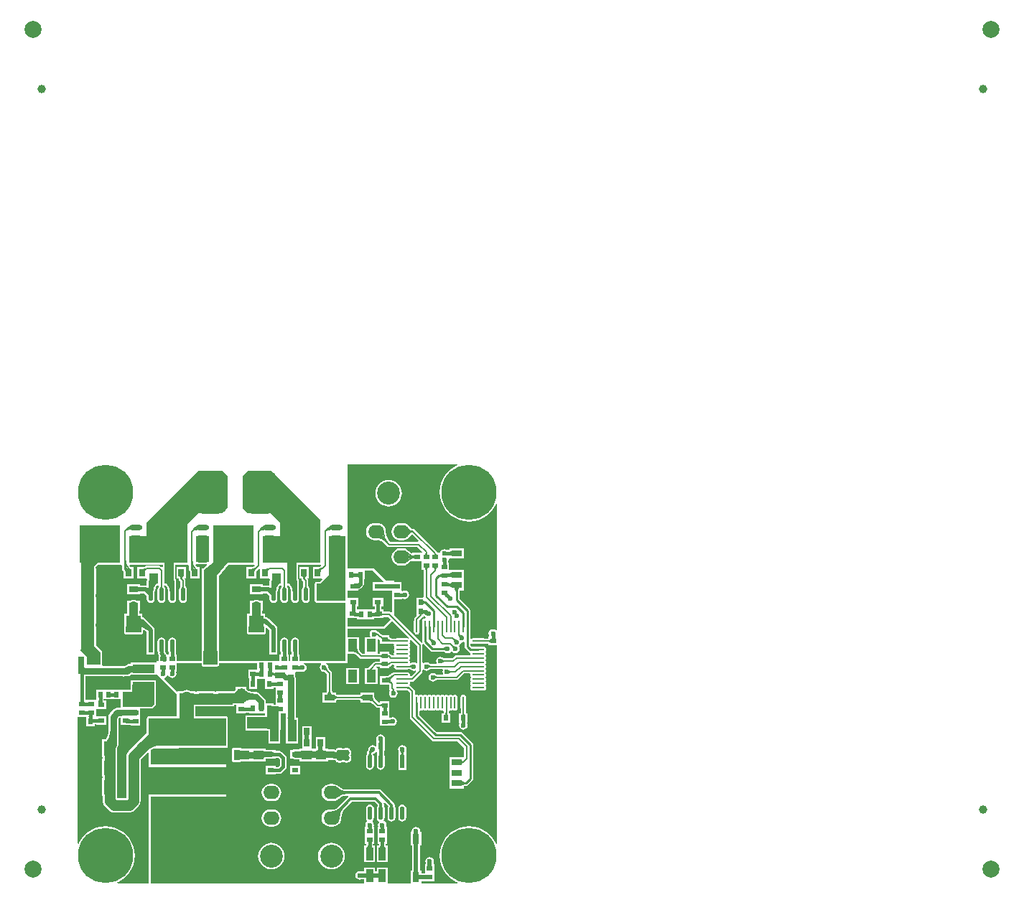
<source format=gtl>
%FSLAX25Y25*%
%MOIN*%
G70*
G01*
G75*
G04 Layer_Physical_Order=1*
G04 Layer_Color=255*
%ADD10C,0.00900*%
%ADD11C,0.00800*%
%ADD12C,0.01500*%
%ADD13C,0.03000*%
%ADD14C,0.05000*%
%ADD15C,0.01200*%
%ADD16C,0.02500*%
%ADD17C,0.02000*%
%ADD18C,0.04000*%
%ADD19R,0.02362X0.02756*%
%ADD20R,0.02756X0.02362*%
%ADD21O,0.05906X0.00984*%
%ADD22O,0.00984X0.05906*%
%ADD23R,0.06693X0.05512*%
%ADD24R,0.04331X0.05118*%
%ADD25O,0.06299X0.02362*%
%ADD26R,0.18898X0.17716*%
%ADD27R,0.06299X0.10630*%
%ADD28R,0.04331X0.03150*%
%ADD29R,0.02800X0.03500*%
%ADD30O,0.01969X0.06299*%
%ADD31R,0.01969X0.06299*%
%ADD32R,0.04331X0.05906*%
G04:AMPARAMS|DCode=33|XSize=157.48mil|YSize=196.85mil|CornerRadius=39.37mil|HoleSize=0mil|Usage=FLASHONLY|Rotation=180.000|XOffset=0mil|YOffset=0mil|HoleType=Round|Shape=RoundedRectangle|*
%AMROUNDEDRECTD33*
21,1,0.15748,0.11811,0,0,180.0*
21,1,0.07874,0.19685,0,0,180.0*
1,1,0.07874,-0.03937,0.05906*
1,1,0.07874,0.03937,0.05906*
1,1,0.07874,0.03937,-0.05906*
1,1,0.07874,-0.03937,-0.05906*
%
%ADD33ROUNDEDRECTD33*%
%ADD34R,0.04724X0.03150*%
%ADD35R,0.03150X0.02362*%
%ADD36R,0.02362X0.03150*%
%ADD37R,0.03937X0.10236*%
%ADD38R,0.03500X0.02800*%
%ADD39R,0.03543X0.05512*%
%ADD40R,0.08661X0.05512*%
%ADD41R,0.05118X0.03150*%
%ADD42R,0.11024X0.08268*%
%ADD43R,0.03543X0.05906*%
%ADD44R,0.10236X0.03937*%
%ADD45R,0.05512X0.06693*%
%ADD46R,0.05118X0.04331*%
%ADD47R,0.03150X0.04724*%
%ADD48R,0.12598X0.07874*%
%ADD49C,0.03937*%
%ADD50C,0.06500*%
%ADD51R,0.36600X0.13000*%
%ADD52R,0.04900X0.04900*%
%ADD53R,0.03000X0.05000*%
%ADD54R,0.12000X0.05500*%
%ADD55R,0.05500X0.10500*%
%ADD56R,0.05000X0.03000*%
%ADD57R,0.06200X0.41500*%
%ADD58R,0.07200X0.03100*%
%ADD59R,0.36000X0.13000*%
%ADD60R,0.06300X0.12400*%
%ADD61R,0.07700X0.12400*%
%ADD62C,0.25590*%
%ADD63C,0.10630*%
%ADD64O,0.07480X0.06299*%
%ADD65C,0.11811*%
%ADD66C,0.07874*%
%ADD67C,0.02362*%
G36*
X70628Y-46890D02*
X65800Y-52900D01*
Y-87800D01*
X65900Y-87900D01*
Y-94200D01*
X59500D01*
Y-87800D01*
X59600Y-87700D01*
Y-50200D01*
X64000Y-46800D01*
X70584D01*
X70628Y-46890D01*
D02*
G37*
G36*
X11700Y-88500D02*
Y-88600D01*
Y-94200D01*
X5300D01*
Y-90600D01*
X2550Y-87850D01*
Y-87050D01*
X5300Y-84300D01*
X7500D01*
X11700Y-88500D01*
D02*
G37*
G36*
X158776Y-85507D02*
Y-93140D01*
X158335Y-93376D01*
X157973Y-93134D01*
X157200Y-92980D01*
X156427Y-93134D01*
X155772Y-93572D01*
X155331Y-93277D01*
X155378Y-93042D01*
X155278Y-92538D01*
X154992Y-92111D01*
Y-92006D01*
X155278Y-91578D01*
X155378Y-91074D01*
X155278Y-90570D01*
X154992Y-90142D01*
Y-90037D01*
X155278Y-89610D01*
X155378Y-89105D01*
X155278Y-88601D01*
X154992Y-88174D01*
Y-88069D01*
X155278Y-87641D01*
X155378Y-87137D01*
X155278Y-86633D01*
X154992Y-86205D01*
Y-86100D01*
X155278Y-85673D01*
X155378Y-85168D01*
X155278Y-84664D01*
X154992Y-84237D01*
Y-84132D01*
X155278Y-83704D01*
X155378Y-83200D01*
X155278Y-82696D01*
X155690Y-82420D01*
X158776Y-85507D01*
D02*
G37*
G36*
X180726Y-83794D02*
Y-85700D01*
X180823Y-86188D01*
X181099Y-86601D01*
X182536Y-88038D01*
X182949Y-88314D01*
X183048Y-88334D01*
X183326Y-88750D01*
X183255Y-89105D01*
X183326Y-89464D01*
X183009Y-89850D01*
X176926D01*
X176458Y-89944D01*
X176061Y-90209D01*
X174993Y-91277D01*
X171386D01*
Y-91273D01*
Y-91263D01*
X171138Y-91213D01*
X170930Y-91074D01*
X170928Y-91072D01*
X170273Y-90634D01*
X169500Y-90480D01*
X168727Y-90634D01*
X168072Y-91072D01*
X167634Y-91727D01*
X167480Y-92500D01*
X167634Y-93273D01*
X167676Y-93335D01*
X167440Y-93777D01*
X164886D01*
Y-93773D01*
Y-93762D01*
X164638Y-93713D01*
X164430Y-93574D01*
X164428Y-93572D01*
X163773Y-93134D01*
X163000Y-92980D01*
X162227Y-93134D01*
X161664Y-93510D01*
X161223Y-93274D01*
Y-85000D01*
X161150Y-84629D01*
X161591Y-84393D01*
X164899Y-87701D01*
X165312Y-87977D01*
X165800Y-88074D01*
X171035D01*
Y-88076D01*
X171047Y-88074D01*
X171066D01*
X171347Y-88191D01*
X171372Y-88228D01*
X172027Y-88666D01*
X172800Y-88820D01*
X173573Y-88666D01*
X174228Y-88228D01*
X174358Y-88034D01*
X174858D01*
X175022Y-88278D01*
X175677Y-88716D01*
X176450Y-88870D01*
X177223Y-88716D01*
X177878Y-88278D01*
X178316Y-87623D01*
X178470Y-86850D01*
X178316Y-86077D01*
X177907Y-85465D01*
X178428Y-85116D01*
X178866Y-84461D01*
X178963Y-83974D01*
X179379Y-83696D01*
X179500Y-83720D01*
X180273Y-83566D01*
X180285Y-83558D01*
X180726Y-83794D01*
D02*
G37*
G36*
X141522Y-82952D02*
Y-84581D01*
X145878D01*
Y-84424D01*
X147073D01*
X147231Y-84444D01*
Y-84424D01*
X147576D01*
X147893Y-84810D01*
X147822Y-85168D01*
X147922Y-85673D01*
X148208Y-86100D01*
Y-86205D01*
X147922Y-86633D01*
X147822Y-87137D01*
X147922Y-87641D01*
X148208Y-88069D01*
Y-88174D01*
X147922Y-88601D01*
X147822Y-89105D01*
X147893Y-89464D01*
X147576Y-89850D01*
X146981D01*
X146465Y-89335D01*
X146068Y-89070D01*
X145955Y-89047D01*
X145878Y-89032D01*
Y-88219D01*
X141522D01*
Y-88977D01*
X140297D01*
Y-82380D01*
X140759Y-82189D01*
X141522Y-82952D01*
D02*
G37*
G36*
X84382Y-96422D02*
Y-96519D01*
X80322D01*
Y-100481D01*
X80575D01*
Y-100763D01*
X80575D01*
Y-105513D01*
X84537D01*
Y-100778D01*
X88055D01*
Y-105513D01*
X92017D01*
Y-104718D01*
X93022D01*
Y-105144D01*
Y-109081D01*
Y-112684D01*
X92017D01*
Y-112180D01*
X88386D01*
Y-111296D01*
X88386Y-111296D01*
X88227Y-110496D01*
X87774Y-109818D01*
X87774Y-109818D01*
X85525Y-107569D01*
X84847Y-107116D01*
X84047Y-106957D01*
X84047Y-106957D01*
X82948D01*
X81975Y-106861D01*
X80856Y-106522D01*
X79825Y-105971D01*
X79612Y-105796D01*
X79586Y-105733D01*
X79550Y-105686D01*
Y-104599D01*
X78310D01*
X77871Y-104417D01*
X77140Y-104321D01*
X76409Y-104417D01*
X75970Y-104599D01*
X74450D01*
Y-105978D01*
X74408Y-106033D01*
X73841Y-106468D01*
X65553D01*
Y-106695D01*
X64846D01*
Y-106468D01*
X56554D01*
Y-106695D01*
X55847D01*
Y-106468D01*
X53698D01*
X52757Y-106078D01*
X51700Y-105939D01*
X50643Y-106078D01*
X49701Y-106468D01*
X47554D01*
X47554Y-106468D01*
Y-106468D01*
X47139Y-106639D01*
X41275Y-100775D01*
X41420Y-100297D01*
X41573Y-100266D01*
X42228Y-99828D01*
X42650Y-99197D01*
X43150D01*
X43572Y-99828D01*
X44227Y-100266D01*
X45000Y-100420D01*
X45773Y-100266D01*
X46428Y-99828D01*
X46866Y-99173D01*
X47020Y-98400D01*
X46866Y-97627D01*
X46944Y-97481D01*
X47178D01*
Y-93544D01*
Y-93500D01*
X58684D01*
Y-94200D01*
X58746Y-94512D01*
X58923Y-94777D01*
X59188Y-94954D01*
X59500Y-95016D01*
X60679D01*
X60700Y-95020D01*
X60721Y-95016D01*
X62679D01*
X62700Y-95020D01*
X62721Y-95016D01*
X64679D01*
X64700Y-95020D01*
X64721Y-95016D01*
X65900D01*
X66212Y-94954D01*
X66477Y-94777D01*
X66654Y-94512D01*
X66716Y-94200D01*
Y-93500D01*
X84382D01*
Y-96422D01*
D02*
G37*
G36*
X36400Y-105400D02*
X36700Y-105700D01*
Y-109200D01*
Y-112300D01*
X35300Y-113700D01*
X25300D01*
X25100Y-113900D01*
X22100D01*
Y-111800D01*
X22000Y-111700D01*
Y-109200D01*
X21914Y-107061D01*
X22261Y-106700D01*
X26500D01*
Y-103600D01*
X27100Y-103000D01*
X27200Y-102900D01*
X36400D01*
Y-105400D01*
D02*
G37*
G36*
X21184Y-110783D02*
X21180D01*
Y-114007D01*
X21000Y-114155D01*
X19500D01*
X18603Y-114333D01*
X17842Y-114842D01*
X15941Y-116743D01*
X15433Y-117503D01*
X15254Y-118401D01*
Y-125700D01*
Y-126026D01*
X15107Y-127146D01*
X14549Y-128493D01*
X14272Y-128853D01*
X12368D01*
Y-137146D01*
X12595D01*
Y-137854D01*
X12368D01*
Y-146147D01*
X12595D01*
Y-146853D01*
X12368D01*
Y-155147D01*
X12595D01*
Y-157324D01*
X12709Y-158185D01*
X12903Y-158655D01*
X13041Y-158988D01*
X13570Y-159677D01*
X15846Y-161954D01*
X16536Y-162483D01*
X16937Y-162649D01*
X17338Y-162815D01*
X18200Y-162928D01*
X24900D01*
X25762Y-162815D01*
X26232Y-162620D01*
X26564Y-162483D01*
X27254Y-161954D01*
X29354Y-159854D01*
X29882Y-159164D01*
X30049Y-158763D01*
X30215Y-158361D01*
X30329Y-157500D01*
Y-138179D01*
X33388Y-135119D01*
X33548Y-134988D01*
X34000Y-135202D01*
Y-195780D01*
X19593D01*
X19496Y-195289D01*
X20191Y-195001D01*
X22016Y-193883D01*
X23643Y-192493D01*
X25033Y-190866D01*
X26151Y-189042D01*
X26970Y-187065D01*
X27469Y-184984D01*
X27637Y-182850D01*
X27469Y-180717D01*
X26970Y-178636D01*
X26151Y-176659D01*
X25033Y-174835D01*
X23643Y-173207D01*
X22016Y-171818D01*
X20191Y-170700D01*
X18214Y-169880D01*
X16133Y-169381D01*
X14000Y-169213D01*
X11867Y-169381D01*
X9786Y-169880D01*
X7809Y-170700D01*
X5984Y-171818D01*
X4357Y-173207D01*
X2967Y-174835D01*
X1849Y-176659D01*
X1561Y-177355D01*
X1071Y-177257D01*
Y-118418D01*
X5019D01*
Y-122678D01*
X8981D01*
Y-121824D01*
X9763D01*
Y-122225D01*
X14513D01*
Y-118263D01*
X9763D01*
D01*
X9763D01*
X9678Y-118178D01*
Y-114745D01*
X9763D01*
Y-114745D01*
X14513D01*
Y-110783D01*
X13143D01*
Y-110178D01*
X21184D01*
Y-110783D01*
D02*
G37*
G36*
X184068Y-84417D02*
X184572Y-84517D01*
X189494D01*
X189966Y-84424D01*
X191722D01*
Y-85144D01*
X195780D01*
Y-177257D01*
X195289Y-177355D01*
X195001Y-176659D01*
X193883Y-174835D01*
X192493Y-173207D01*
X190866Y-171818D01*
X189042Y-170700D01*
X187065Y-169880D01*
X184984Y-169381D01*
X182850Y-169213D01*
X180717Y-169381D01*
X178636Y-169880D01*
X176659Y-170700D01*
X174835Y-171818D01*
X173207Y-173207D01*
X171818Y-174835D01*
X170700Y-176659D01*
X169880Y-178636D01*
X169381Y-180717D01*
X169213Y-182850D01*
X169381Y-184984D01*
X169880Y-187065D01*
X170700Y-189042D01*
X171818Y-190866D01*
X173207Y-192493D01*
X174835Y-193883D01*
X176659Y-195001D01*
X177355Y-195289D01*
X177257Y-195780D01*
X160597D01*
Y-194652D01*
X162322D01*
Y-194818D01*
X166678D01*
Y-190881D01*
Y-186919D01*
X166335D01*
Y-186319D01*
X166366Y-186273D01*
X166520Y-185500D01*
X166366Y-184727D01*
X165928Y-184072D01*
X165273Y-183634D01*
X164500Y-183480D01*
X163727Y-183634D01*
X163072Y-184072D01*
X162634Y-184727D01*
X162480Y-185500D01*
X162634Y-186273D01*
X162665Y-186319D01*
Y-186919D01*
X162322D01*
Y-190881D01*
Y-190981D01*
X160597D01*
Y-189654D01*
X160057D01*
Y-178262D01*
X160597D01*
Y-171938D01*
X160527D01*
X160210Y-171551D01*
X160220Y-171500D01*
X160066Y-170727D01*
X159628Y-170072D01*
X158973Y-169634D01*
X158200Y-169480D01*
X157427Y-169634D01*
X156772Y-170072D01*
X156334Y-170727D01*
X156180Y-171500D01*
X156190Y-171551D01*
X155873Y-171938D01*
X155847D01*
Y-178262D01*
X156387D01*
Y-189654D01*
X155847D01*
Y-195780D01*
X145077D01*
Y-188447D01*
X139934D01*
Y-190165D01*
X139172D01*
Y-188447D01*
X134028D01*
Y-190165D01*
X132819D01*
X132773Y-190134D01*
X132000Y-189980D01*
X131227Y-190134D01*
X130572Y-190572D01*
X130134Y-191227D01*
X129980Y-192000D01*
X130134Y-192773D01*
X130572Y-193428D01*
X131227Y-193866D01*
X132000Y-194020D01*
X132773Y-193866D01*
X132819Y-193835D01*
X134028D01*
Y-195780D01*
X35000D01*
Y-155500D01*
X70000D01*
Y-140500D01*
X35000D01*
Y-133872D01*
X36529Y-133054D01*
X36709Y-133000D01*
X48000D01*
Y-132816D01*
X70000D01*
X70312Y-132754D01*
X70577Y-132577D01*
X70754Y-132312D01*
X70816Y-132000D01*
Y-119000D01*
X70754Y-118688D01*
X70577Y-118423D01*
X70312Y-118246D01*
X70000Y-118184D01*
X55785D01*
Y-113579D01*
X55847D01*
Y-113352D01*
X56554D01*
Y-113579D01*
X64846D01*
Y-113352D01*
X65553D01*
Y-113579D01*
X73847D01*
Y-112824D01*
X74822D01*
Y-112981D01*
Y-116918D01*
X79178D01*
Y-116517D01*
X80575D01*
Y-116930D01*
X88184D01*
Y-117644D01*
X78909D01*
Y-124756D01*
X82200D01*
X82500Y-124816D01*
X89564D01*
Y-130715D01*
X95101D01*
Y-124541D01*
X95254Y-124312D01*
X95316Y-124000D01*
Y-116681D01*
X97378D01*
D01*
X97378D01*
X97656Y-116959D01*
Y-119070D01*
X97654D01*
X97656Y-119086D01*
Y-124198D01*
X97831Y-125081D01*
Y-130715D01*
X103368D01*
Y-118879D01*
X102346D01*
Y-115300D01*
Y-110300D01*
Y-105300D01*
X102346Y-105300D01*
X102346Y-105300D01*
Y-105300D01*
Y-100300D01*
X102201Y-99571D01*
Y-97750D01*
D01*
Y-97750D01*
X102470Y-97481D01*
X104178D01*
X104178Y-97481D01*
X104533Y-97303D01*
X104627Y-97366D01*
X105400Y-97520D01*
X106173Y-97366D01*
X106828Y-96928D01*
X107266Y-96273D01*
X107420Y-95500D01*
X107266Y-94727D01*
X106828Y-94072D01*
X106190Y-93645D01*
X106190Y-93645D01*
X106190D01*
X106173Y-93634D01*
Y-93634D01*
X106186Y-93500D01*
X114066D01*
X114211Y-93979D01*
X114072Y-94072D01*
X113634Y-94727D01*
X113480Y-95500D01*
X113634Y-96273D01*
X114072Y-96928D01*
X114727Y-97366D01*
X115500Y-97520D01*
X115503Y-97519D01*
X115748Y-97568D01*
X115958Y-97708D01*
X115966Y-97701D01*
X115968Y-97699D01*
X116777Y-98507D01*
Y-106542D01*
X116765D01*
X116771Y-106590D01*
X116689Y-107003D01*
X114838D01*
Y-111753D01*
X121162D01*
Y-110689D01*
X121575Y-110606D01*
X121624Y-110613D01*
Y-110601D01*
X132093D01*
Y-110613D01*
X132141Y-110606D01*
X132554Y-110689D01*
Y-111753D01*
X136386D01*
X136504Y-111776D01*
Y-111776D01*
X136526Y-111758D01*
X137475Y-111947D01*
X138204Y-112434D01*
X139635Y-113865D01*
Y-113865D01*
D01*
Y-113865D01*
X139635Y-113865D01*
D01*
D01*
X139635D01*
X139635Y-113865D01*
Y-113865D01*
Y-113865D01*
D01*
D01*
X139635D01*
Y-113865D01*
X140032Y-114130D01*
X140500Y-114224D01*
X141522D01*
Y-114981D01*
Y-118681D01*
Y-122618D01*
X145878D01*
Y-122563D01*
X146319Y-122327D01*
X146527Y-122466D01*
X147300Y-122620D01*
X148073Y-122466D01*
X148728Y-122028D01*
X149166Y-121373D01*
X149320Y-120600D01*
X149166Y-119827D01*
X148728Y-119172D01*
X148073Y-118734D01*
X147300Y-118580D01*
X146527Y-118734D01*
X146319Y-118873D01*
X145878Y-118637D01*
Y-114981D01*
Y-111019D01*
X141522D01*
Y-111776D01*
X141007D01*
X140013Y-110783D01*
X140013Y-110783D01*
X140027Y-110769D01*
X139910Y-110680D01*
X139110Y-109880D01*
X139119Y-109871D01*
X138968Y-109645D01*
X138915Y-109378D01*
X138902D01*
X138879Y-109260D01*
Y-107003D01*
X132554D01*
Y-108067D01*
X132141Y-108150D01*
X132093Y-108143D01*
Y-108154D01*
X121624D01*
Y-108143D01*
X121575Y-108150D01*
X121162Y-108067D01*
Y-107003D01*
X119311D01*
X119228Y-106590D01*
X119235Y-106542D01*
X119223D01*
Y-98000D01*
X119130Y-97532D01*
X118865Y-97135D01*
X117699Y-95968D01*
X117701Y-95966D01*
X117709Y-95958D01*
X117568Y-95748D01*
X117519Y-95503D01*
X117520Y-95500D01*
X117366Y-94727D01*
X116928Y-94072D01*
X116290Y-93645D01*
X116290Y-93645D01*
X116290D01*
X116273Y-93634D01*
Y-93634D01*
X116286Y-93500D01*
X126500D01*
Y-89024D01*
X128552D01*
X128670Y-89047D01*
Y-89050D01*
X129386Y-89144D01*
X130053Y-89420D01*
X130626Y-89860D01*
X130626Y-89860D01*
X130626Y-89860D01*
X130630D01*
X130758Y-89988D01*
X130879Y-90146D01*
X130898Y-90128D01*
X130898Y-90128D01*
X131835Y-91065D01*
X132232Y-91330D01*
X132700Y-91423D01*
X141522D01*
Y-92181D01*
Y-92639D01*
X139437D01*
X138969Y-92733D01*
X138572Y-92998D01*
X136466Y-95103D01*
X136201Y-95500D01*
X136163Y-95691D01*
X134366D01*
Y-103197D01*
X140297D01*
Y-95691D01*
X139992D01*
X139801Y-95229D01*
X139944Y-95086D01*
X141522D01*
Y-95844D01*
X145878D01*
Y-95031D01*
X146068Y-94993D01*
X146465Y-94728D01*
X146927Y-94266D01*
X147576D01*
X147893Y-94652D01*
X147822Y-95011D01*
X147922Y-95515D01*
X148208Y-95943D01*
X148635Y-96228D01*
X149139Y-96328D01*
X154061D01*
X154533Y-96235D01*
X155288D01*
Y-96238D01*
X155314Y-96235D01*
X155396D01*
X155736Y-96376D01*
X155772Y-96428D01*
X156427Y-96866D01*
X157200Y-97020D01*
X157915Y-96878D01*
X158151Y-97319D01*
X155956Y-99514D01*
X155457Y-99489D01*
X155307Y-99306D01*
X155378Y-98948D01*
X155278Y-98444D01*
X154992Y-98016D01*
X154565Y-97731D01*
X154061Y-97631D01*
X149139D01*
X148667Y-97724D01*
X147952D01*
X147484Y-97818D01*
X147087Y-98083D01*
X146935Y-98235D01*
X146093Y-98881D01*
X145034Y-99320D01*
X143908Y-99468D01*
X143897Y-99458D01*
Y-99458D01*
X143779Y-99482D01*
X141522D01*
Y-103444D01*
X145523D01*
X145677Y-103547D01*
Y-105200D01*
X145677Y-105200D01*
X145677D01*
X145770Y-105668D01*
X146035Y-106065D01*
X146119Y-106150D01*
X145734Y-106727D01*
X145580Y-107500D01*
X145734Y-108273D01*
X146172Y-108928D01*
X146827Y-109366D01*
X147600Y-109520D01*
X148373Y-109366D01*
X149028Y-108928D01*
X149466Y-108273D01*
X149620Y-107500D01*
X149466Y-106727D01*
X149117Y-106204D01*
X149139Y-106171D01*
X154061D01*
Y-106178D01*
X154406Y-106247D01*
X154700Y-106443D01*
X154706Y-106437D01*
X155277Y-107007D01*
Y-118500D01*
X155370Y-118968D01*
X155635Y-119365D01*
X165635Y-129365D01*
X165873Y-129524D01*
X166032Y-129630D01*
X166500Y-129724D01*
X177493D01*
X180526Y-132757D01*
Y-137047D01*
X180359D01*
Y-137047D01*
X173641D01*
Y-141614D01*
X173641Y-141614D01*
X173641D01*
X173641Y-141796D01*
Y-141968D01*
D01*
D01*
D01*
X173641D01*
D01*
Y-146535D01*
X173641Y-146535D01*
X173641D01*
X173641Y-146717D01*
Y-146889D01*
D01*
D01*
X173641D01*
Y-151639D01*
X180359D01*
Y-150604D01*
X180700Y-150548D01*
Y-150548D01*
X180700D01*
X180700Y-150538D01*
X181236D01*
X181724Y-150441D01*
X182137Y-150165D01*
X184401Y-147901D01*
X184678Y-147488D01*
X184774Y-147000D01*
Y-131500D01*
X184678Y-131012D01*
X184401Y-130599D01*
X179651Y-125849D01*
X179238Y-125573D01*
X178750Y-125476D01*
X167778D01*
X159764Y-117462D01*
Y-115777D01*
X160151Y-115460D01*
X160458Y-115521D01*
X160962Y-115421D01*
X161390Y-115135D01*
X161495D01*
X161923Y-115421D01*
X162427Y-115521D01*
X162931Y-115421D01*
X163358Y-115135D01*
X163464D01*
X163891Y-115421D01*
X164395Y-115521D01*
X164899Y-115421D01*
X165327Y-115135D01*
X165432D01*
X165860Y-115421D01*
X166364Y-115521D01*
X166868Y-115421D01*
X167295Y-115135D01*
X167401D01*
X167828Y-115421D01*
X168332Y-115521D01*
X168836Y-115421D01*
X169264Y-115135D01*
X169369D01*
X169797Y-115421D01*
X170301Y-115521D01*
X170659Y-115450D01*
X171046Y-115767D01*
Y-116498D01*
X171041D01*
X170996Y-116722D01*
X170156D01*
Y-121078D01*
X174118D01*
Y-116722D01*
X173717D01*
X173500Y-116498D01*
Y-116498D01*
X173500D01*
D01*
D01*
X173493Y-116498D01*
Y-115767D01*
X173879Y-115450D01*
X174238Y-115521D01*
X174742Y-115421D01*
X175169Y-115135D01*
X175275D01*
X175702Y-115421D01*
X176206Y-115521D01*
X176710Y-115421D01*
X177138Y-115135D01*
X177423Y-114708D01*
X177524Y-114204D01*
Y-109283D01*
X177423Y-108779D01*
X177138Y-108351D01*
X176710Y-108065D01*
X176206Y-107965D01*
X175702Y-108065D01*
X175275Y-108351D01*
X175169D01*
X174742Y-108065D01*
X174238Y-107965D01*
X173734Y-108065D01*
X173306Y-108351D01*
X173201D01*
X172773Y-108065D01*
X172269Y-107965D01*
X171765Y-108065D01*
X171338Y-108351D01*
X171232D01*
X170805Y-108065D01*
X170301Y-107965D01*
X169797Y-108065D01*
X169369Y-108351D01*
X169264D01*
X168836Y-108065D01*
X168332Y-107965D01*
X167828Y-108065D01*
X167401Y-108351D01*
X167295D01*
X166868Y-108065D01*
X166364Y-107965D01*
X165860Y-108065D01*
X165432Y-108351D01*
X165327D01*
X164899Y-108065D01*
X164395Y-107965D01*
X163891Y-108065D01*
X163464Y-108351D01*
X163358D01*
X162931Y-108065D01*
X162427Y-107965D01*
X161923Y-108065D01*
X161495Y-108351D01*
X161390D01*
X160962Y-108065D01*
X160458Y-107965D01*
X159954Y-108065D01*
X159527Y-108351D01*
X159421D01*
X158994Y-108065D01*
X158490Y-107965D01*
X158110Y-108041D01*
X157723Y-107723D01*
Y-106500D01*
X157630Y-106032D01*
X157365Y-105635D01*
X156437Y-104706D01*
X156440Y-104702D01*
X156408Y-104678D01*
X155719Y-103988D01*
X155322Y-103723D01*
X155219Y-103476D01*
X155278Y-103389D01*
X155378Y-102885D01*
X155278Y-102381D01*
X155406Y-102140D01*
X156283D01*
X156752Y-102047D01*
X157149Y-101782D01*
X160865Y-98065D01*
X161130Y-97668D01*
X161223Y-97200D01*
Y-96726D01*
X161664Y-96490D01*
X162227Y-96866D01*
X163000Y-97020D01*
X163773Y-96866D01*
X164428Y-96428D01*
X164430Y-96426D01*
X164638Y-96287D01*
X164886Y-96237D01*
Y-96227D01*
Y-96223D01*
X170440D01*
X170676Y-96665D01*
X170634Y-96727D01*
X170480Y-97500D01*
X170634Y-98273D01*
X170676Y-98335D01*
X170440Y-98777D01*
X167886D01*
Y-98763D01*
X167638Y-98713D01*
X167430Y-98574D01*
X167428Y-98572D01*
X166773Y-98134D01*
X166000Y-97980D01*
X165227Y-98134D01*
X164572Y-98572D01*
X164134Y-99227D01*
X163980Y-100000D01*
X164134Y-100773D01*
X164572Y-101428D01*
X165227Y-101866D01*
X166000Y-102020D01*
X166773Y-101866D01*
X167428Y-101428D01*
X167430Y-101426D01*
X167638Y-101287D01*
X167886Y-101237D01*
Y-101227D01*
Y-101224D01*
X177000D01*
X177468Y-101130D01*
X177865Y-100865D01*
X180527Y-98203D01*
X183009D01*
X183326Y-98589D01*
X183255Y-98948D01*
X183355Y-99452D01*
X183641Y-99879D01*
Y-99985D01*
X183355Y-100412D01*
X183255Y-100917D01*
X183355Y-101421D01*
X183641Y-101848D01*
Y-101953D01*
X183355Y-102381D01*
X183255Y-102885D01*
X183355Y-103389D01*
X183641Y-103817D01*
Y-103922D01*
X183355Y-104349D01*
X183255Y-104853D01*
X183355Y-105358D01*
X183641Y-105785D01*
X184068Y-106071D01*
X184572Y-106171D01*
X189494D01*
X189998Y-106071D01*
X190425Y-105785D01*
X190711Y-105358D01*
X190811Y-104853D01*
X190711Y-104349D01*
X190425Y-103922D01*
Y-103817D01*
X190711Y-103389D01*
X190811Y-102885D01*
X190711Y-102381D01*
X190425Y-101953D01*
Y-101848D01*
X190711Y-101421D01*
X190811Y-100917D01*
X190711Y-100412D01*
X190425Y-99985D01*
Y-99879D01*
X190711Y-99452D01*
X190811Y-98948D01*
X190711Y-98444D01*
X190425Y-98016D01*
Y-97911D01*
X190711Y-97484D01*
X190811Y-96979D01*
X190711Y-96475D01*
X190425Y-96048D01*
Y-95943D01*
X190711Y-95515D01*
X190811Y-95011D01*
X190711Y-94507D01*
X190425Y-94079D01*
Y-93974D01*
X190711Y-93547D01*
X190811Y-93042D01*
X190711Y-92538D01*
X190425Y-92111D01*
Y-92006D01*
X190711Y-91578D01*
X190811Y-91074D01*
X190711Y-90570D01*
X190425Y-90142D01*
Y-90037D01*
X190711Y-89610D01*
X190811Y-89105D01*
X190711Y-88601D01*
X190425Y-88174D01*
Y-88069D01*
X190711Y-87641D01*
X190811Y-87137D01*
X190711Y-86633D01*
X190425Y-86205D01*
X189998Y-85920D01*
X189494Y-85820D01*
X184572D01*
X184356Y-85862D01*
X183965D01*
X183274Y-85172D01*
Y-84417D01*
X183715Y-84181D01*
X184068Y-84417D01*
D02*
G37*
G36*
X4000Y-90453D02*
Y-95100D01*
X4700Y-95800D01*
X4800Y-95700D01*
X9400D01*
Y-98600D01*
X1500D01*
Y-90300D01*
X3847D01*
X4000Y-90453D01*
D02*
G37*
G36*
X37515Y-98769D02*
X37868Y-98769D01*
X47000Y-107900D01*
Y-118184D01*
X34000D01*
X33688Y-118246D01*
X33423Y-118423D01*
X33246Y-118688D01*
X33184Y-119000D01*
Y-125909D01*
X28562Y-130531D01*
X28471Y-130611D01*
X28476Y-130616D01*
X28476Y-130616D01*
X24646Y-134446D01*
X24117Y-135136D01*
X23980Y-135468D01*
X23785Y-135939D01*
X23672Y-136800D01*
Y-156121D01*
X23521Y-156272D01*
X19579D01*
X19252Y-155945D01*
Y-155147D01*
X19479D01*
Y-146853D01*
X19252D01*
Y-146147D01*
X19479D01*
Y-137854D01*
X19252D01*
Y-137146D01*
X19479D01*
Y-132650D01*
X19766Y-132222D01*
X19944Y-131324D01*
Y-125743D01*
X19949Y-125700D01*
X19944D01*
Y-125700D01*
Y-119372D01*
X20471Y-118845D01*
X21000D01*
X21180Y-118993D01*
Y-122225D01*
X25822D01*
Y-122418D01*
X30178D01*
Y-118481D01*
Y-114556D01*
X36091D01*
Y-114062D01*
X37277Y-112877D01*
X37454Y-112612D01*
X37516Y-112300D01*
X37516Y-112300D01*
Y-109200D01*
Y-105700D01*
X37515Y-105696D01*
Y-101499D01*
X25679D01*
Y-105884D01*
X24981D01*
Y-105822D01*
X9582D01*
Y-110178D01*
D01*
Y-110178D01*
X9241Y-110519D01*
X5322D01*
D01*
D01*
X5322Y-110519D01*
X5178D01*
Y-110519D01*
X4580D01*
Y-99546D01*
X21847D01*
X22350Y-99646D01*
Y-99631D01*
X23216Y-99546D01*
X24100D01*
X24997Y-99367D01*
X25758Y-98859D01*
X25837Y-98780D01*
X25854Y-98769D01*
X28233D01*
X28257Y-98773D01*
X28281Y-98769D01*
X37515D01*
Y-98769D01*
D02*
G37*
G36*
X154840Y-81571D02*
X154565Y-81983D01*
X154061Y-81883D01*
X149139D01*
X148667Y-81976D01*
X147231D01*
Y-81973D01*
X146530Y-81881D01*
X145878Y-81611D01*
Y-80619D01*
X143621D01*
X143503Y-80595D01*
Y-80595D01*
X143489Y-80607D01*
X142687Y-80448D01*
X142057Y-80026D01*
X141165Y-79135D01*
X140768Y-78870D01*
X140300Y-78777D01*
X140300Y-78776D01*
Y-78767D01*
X140133Y-78684D01*
D01*
D01*
X140133Y-78684D01*
D01*
D01*
X140133D01*
Y-78684D01*
X140133Y-78684D01*
X140133Y-78684D01*
Y-78684D01*
X140101Y-78680D01*
X140028Y-78572D01*
X139373Y-78134D01*
X138600Y-77980D01*
X137827Y-78134D01*
X137172Y-78572D01*
X136734Y-79227D01*
X136580Y-80000D01*
X136734Y-80773D01*
X136937Y-81077D01*
X136701Y-81518D01*
X134366D01*
Y-88977D01*
X133207D01*
X132618Y-88388D01*
X132101Y-87713D01*
X131770Y-86915D01*
X131657Y-86060D01*
X131659Y-86058D01*
X131659D01*
X131635Y-85940D01*
Y-81518D01*
X126500D01*
Y-77300D01*
X143500D01*
X147035Y-73765D01*
X154840Y-81571D01*
D02*
G37*
G36*
X113800Y-26700D02*
Y-46900D01*
X102600D01*
Y-56500D01*
X98400D01*
Y-46900D01*
X86900D01*
Y-34300D01*
X94900D01*
Y-28200D01*
X90600Y-23900D01*
X80200D01*
X77800Y-21500D01*
Y-6500D01*
X80200Y-4100D01*
X91200D01*
X113800Y-26700D01*
D02*
G37*
G36*
X70600Y-6500D02*
Y-21500D01*
X68200Y-23900D01*
X57100D01*
X51900Y-29100D01*
Y-46900D01*
X45600D01*
Y-56500D01*
X41400D01*
Y-46900D01*
X24900D01*
Y-34300D01*
X32900D01*
Y-28300D01*
X57100Y-4100D01*
X68200D01*
X70600Y-6500D01*
D02*
G37*
G36*
X125500Y-64500D02*
X112000D01*
Y-56500D01*
X113800D01*
X117800Y-52500D01*
Y-34300D01*
X125500D01*
Y-64500D01*
D02*
G37*
G36*
X177355Y-1561D02*
X176659Y-1849D01*
X174835Y-2967D01*
X173207Y-4357D01*
X171818Y-5984D01*
X170700Y-7809D01*
X169880Y-9786D01*
X169381Y-11867D01*
X169213Y-14000D01*
X169381Y-16133D01*
X169880Y-18214D01*
X170700Y-20191D01*
X171818Y-22016D01*
X173207Y-23643D01*
X174835Y-25033D01*
X176659Y-26151D01*
X178636Y-26970D01*
X180717Y-27469D01*
X182850Y-27637D01*
X184984Y-27469D01*
X187065Y-26970D01*
X189042Y-26151D01*
X190866Y-25033D01*
X192493Y-23643D01*
X193883Y-22016D01*
X195001Y-20191D01*
X195289Y-19496D01*
X195780Y-19593D01*
Y-77970D01*
X195328Y-78272D01*
X194673Y-77834D01*
X193900Y-77680D01*
X193127Y-77834D01*
X192472Y-78272D01*
X192034Y-78927D01*
X191880Y-79700D01*
X192034Y-80473D01*
X192213Y-80741D01*
X191977Y-81182D01*
X191722D01*
Y-81976D01*
X189966D01*
X189494Y-81883D01*
X184572D01*
X184068Y-81983D01*
X183715Y-82219D01*
X183274Y-81983D01*
Y-69000D01*
X183177Y-68512D01*
X182901Y-68099D01*
X178275Y-63472D01*
Y-59979D01*
X178284D01*
X178279Y-59943D01*
X178340Y-59639D01*
X180359D01*
Y-54889D01*
D01*
Y-54889D01*
X180359Y-54889D01*
Y-54717D01*
X180359D01*
Y-49968D01*
X173641D01*
D01*
X173641D01*
X173478Y-49805D01*
Y-46882D01*
X173223D01*
X172987Y-46441D01*
X173166Y-46173D01*
X173320Y-45400D01*
X173301Y-45303D01*
X173578Y-44887D01*
X173641Y-44875D01*
X173641Y-44875D01*
X173641Y-44875D01*
X180359D01*
Y-40125D01*
X173641D01*
Y-40920D01*
X172501D01*
X172073Y-40634D01*
X171300Y-40480D01*
X170527Y-40634D01*
X169872Y-41072D01*
X169434Y-41727D01*
X169324Y-42282D01*
X169278D01*
Y-42282D01*
X168260D01*
X168230Y-42132D01*
X167965Y-41735D01*
X157682Y-31451D01*
X157285Y-31186D01*
X156816Y-31093D01*
X156816D01*
Y-31082D01*
X156767Y-31088D01*
X156192Y-30974D01*
X155663Y-30620D01*
X155437Y-30282D01*
X155421Y-30292D01*
X154813Y-29500D01*
X153988Y-28867D01*
X153027Y-28469D01*
X151996Y-28333D01*
X150815D01*
X149784Y-28469D01*
X148823Y-28867D01*
X147998Y-29500D01*
X147365Y-30325D01*
X146967Y-31286D01*
X146831Y-32316D01*
X146967Y-33348D01*
X147365Y-34308D01*
X147998Y-35133D01*
X148823Y-35767D01*
X149784Y-36165D01*
X150815Y-36300D01*
X151996D01*
X153027Y-36165D01*
X153988Y-35767D01*
X154813Y-35133D01*
X155421Y-34341D01*
X155437Y-34351D01*
X155663Y-34013D01*
X156192Y-33659D01*
X156390Y-33620D01*
X159384Y-36615D01*
X159193Y-37077D01*
X146090D01*
X145306Y-36120D01*
X144673Y-34937D01*
X144283Y-33652D01*
X144159Y-32391D01*
X144169Y-32316D01*
X144033Y-31286D01*
X143635Y-30325D01*
X143002Y-29500D01*
X142177Y-28867D01*
X141216Y-28469D01*
X140185Y-28333D01*
X139004D01*
X137973Y-28469D01*
X137012Y-28867D01*
X136187Y-29500D01*
X135554Y-30325D01*
X135156Y-31286D01*
X135020Y-32316D01*
X135156Y-33348D01*
X135554Y-34308D01*
X136187Y-35133D01*
X137012Y-35767D01*
X137973Y-36165D01*
X139004Y-36300D01*
X140185D01*
X140254Y-36291D01*
X141219Y-36418D01*
X142183Y-36817D01*
X142964Y-37417D01*
X142980Y-37432D01*
X143057Y-37526D01*
X143057D01*
X143074D01*
X144278Y-38731D01*
X144416Y-38899D01*
X144431Y-38884D01*
D01*
X144713Y-39165D01*
X145110Y-39430D01*
X145578Y-39524D01*
X158793D01*
X161090Y-41820D01*
X160898Y-42282D01*
X156522D01*
Y-42282D01*
X156282Y-42443D01*
X156061Y-42351D01*
X154969Y-41513D01*
X154880Y-41397D01*
X154880Y-41397D01*
X154880D01*
D01*
X154880Y-41397D01*
X154879Y-41397D01*
D01*
X154813Y-41311D01*
X153988Y-40678D01*
X153027Y-40280D01*
X151996Y-40144D01*
X150815D01*
X149784Y-40280D01*
X148823Y-40678D01*
X147998Y-41311D01*
X147365Y-42136D01*
X146967Y-43097D01*
X146831Y-44128D01*
X146967Y-45159D01*
X147365Y-46119D01*
X147998Y-46944D01*
X148823Y-47578D01*
X149784Y-47976D01*
X150815Y-48111D01*
X151996D01*
X153027Y-47976D01*
X153988Y-47578D01*
X154813Y-46944D01*
X154875Y-46864D01*
X155823Y-46136D01*
X156155Y-45999D01*
X156522Y-46244D01*
Y-46244D01*
X160722D01*
Y-50181D01*
X161677D01*
Y-62900D01*
X161063Y-63022D01*
X158456D01*
Y-67378D01*
Y-71414D01*
X157625Y-72245D01*
X157359Y-72642D01*
X157266Y-73110D01*
Y-73377D01*
X157172Y-73850D01*
Y-78771D01*
X157273Y-79275D01*
X157558Y-79702D01*
X157986Y-79988D01*
X158490Y-80088D01*
X158994Y-79988D01*
X159421Y-79702D01*
X159707Y-79275D01*
X159807Y-78771D01*
Y-73850D01*
X159753Y-73577D01*
X161302Y-72028D01*
X161567Y-71631D01*
X161598Y-71478D01*
X162048D01*
X162211Y-71587D01*
X162344Y-71785D01*
X162344Y-71785D01*
X162380Y-71791D01*
X162472Y-71928D01*
X162712Y-72089D01*
X162521Y-72551D01*
X162427Y-72532D01*
X161923Y-72632D01*
X161495Y-72918D01*
X161210Y-73346D01*
X161109Y-73850D01*
Y-78771D01*
X161152Y-78987D01*
Y-83427D01*
X161231Y-83824D01*
X160790Y-84060D01*
X148000Y-71270D01*
Y-63681D01*
X151478D01*
Y-63663D01*
X151919Y-63427D01*
X152127Y-63566D01*
X152900Y-63720D01*
X153673Y-63566D01*
X154328Y-63128D01*
X154766Y-62473D01*
X154920Y-61700D01*
X154766Y-60927D01*
X154328Y-60272D01*
X153673Y-59834D01*
X152900Y-59680D01*
X152127Y-59834D01*
X151919Y-59973D01*
X151478Y-59737D01*
Y-55782D01*
X148000D01*
Y-55000D01*
X144300D01*
X138700Y-49400D01*
X126500D01*
Y-1071D01*
X177257D01*
X177355Y-1561D01*
D02*
G37*
G36*
X83331Y-48140D02*
X83095Y-48376D01*
X82485Y-48783D01*
X81713Y-48937D01*
X81701Y-48926D01*
Y-48926D01*
X81583Y-48950D01*
X79501D01*
Y-54050D01*
X83901D01*
Y-51268D01*
X83924Y-51150D01*
X83925D01*
X83925Y-51150D01*
X83925D01*
Y-51150D01*
X83925D01*
X83925Y-51150D01*
X84790Y-50141D01*
X84881Y-50071D01*
X84870Y-50061D01*
X84871Y-50060D01*
X85338Y-49593D01*
X85800Y-49784D01*
Y-54050D01*
X90153D01*
X90431Y-54466D01*
X90326Y-54719D01*
X90319Y-54776D01*
X90304Y-54798D01*
X90165Y-55500D01*
Y-55946D01*
X90158Y-56000D01*
X90165D01*
Y-57082D01*
X89778Y-57399D01*
X89734Y-57391D01*
X86965D01*
Y-56851D01*
X81035D01*
Y-61601D01*
X86965D01*
Y-61061D01*
X88974D01*
X90181Y-62268D01*
Y-63657D01*
X90319Y-64354D01*
X90714Y-64944D01*
X91304Y-65338D01*
X92000Y-65477D01*
X92696Y-65338D01*
X93286Y-64944D01*
X93681Y-64354D01*
X93819Y-63657D01*
Y-61573D01*
X93835Y-61492D01*
Y-60679D01*
X93938Y-59636D01*
X94286Y-58489D01*
X94851Y-57432D01*
X94911Y-57359D01*
X95776D01*
Y-57916D01*
X95763D01*
X95712Y-58039D01*
X95714Y-58040D01*
X95319Y-58631D01*
X95181Y-59327D01*
Y-63657D01*
X95319Y-64354D01*
X95714Y-64944D01*
X96304Y-65338D01*
X97000Y-65477D01*
X97696Y-65338D01*
X98286Y-64944D01*
X98681Y-64354D01*
X98819Y-63657D01*
Y-59327D01*
X98681Y-58631D01*
X98286Y-58040D01*
X98288Y-58039D01*
X98262Y-57978D01*
X98237Y-57916D01*
X98237Y-57916D01*
X98224Y-57903D01*
Y-57359D01*
X99088D01*
X99148Y-57432D01*
X99714Y-58490D01*
X100062Y-59638D01*
X100165Y-60683D01*
Y-61492D01*
X100181Y-61573D01*
Y-63657D01*
X100319Y-64354D01*
X100714Y-64944D01*
X101304Y-65338D01*
X102000Y-65477D01*
X102696Y-65338D01*
X103286Y-64944D01*
X103681Y-64354D01*
X103819Y-63657D01*
Y-61573D01*
X103835Y-61492D01*
Y-60832D01*
X103847D01*
X103835Y-60712D01*
Y-56004D01*
X103842D01*
X103835Y-55950D01*
Y-55502D01*
X103696Y-54799D01*
X103681Y-54777D01*
X103674Y-54722D01*
X103464Y-54215D01*
Y-50641D01*
X103416D01*
Y-47716D01*
X113800D01*
X113897Y-47697D01*
X114132Y-48137D01*
X113894Y-48376D01*
X113284Y-48783D01*
X112513Y-48937D01*
X112500Y-48926D01*
Y-48926D01*
X112382Y-48950D01*
X110300D01*
Y-54050D01*
X114443D01*
X114635Y-54512D01*
X113505Y-55641D01*
X111401D01*
Y-55957D01*
X111246Y-56188D01*
X111184Y-56500D01*
Y-64500D01*
X111246Y-64812D01*
X111401Y-65043D01*
Y-65115D01*
X111480D01*
X111688Y-65254D01*
X112000Y-65316D01*
X125500D01*
Y-92500D01*
X104178D01*
Y-89582D01*
X103580D01*
Y-88520D01*
X103681Y-88369D01*
X103819Y-87673D01*
Y-83342D01*
X103681Y-82646D01*
X103286Y-82056D01*
X102696Y-81662D01*
X102000Y-81523D01*
X101304Y-81662D01*
X100714Y-82056D01*
X100319Y-82646D01*
X100181Y-83342D01*
Y-87673D01*
X100319Y-88369D01*
X100420Y-88520D01*
Y-89582D01*
X99822D01*
Y-92500D01*
X99178D01*
Y-89582D01*
X98580D01*
Y-88520D01*
X98681Y-88369D01*
X98819Y-87673D01*
Y-83342D01*
X98681Y-82646D01*
X98286Y-82056D01*
X97696Y-81662D01*
X97000Y-81523D01*
X96304Y-81662D01*
X95714Y-82056D01*
X95319Y-82646D01*
X95181Y-83342D01*
Y-87673D01*
X95319Y-88369D01*
X95420Y-88520D01*
Y-89582D01*
X94822D01*
Y-92500D01*
X92281D01*
Y-92322D01*
X84382D01*
Y-92500D01*
X66716D01*
Y-91021D01*
X66720Y-91000D01*
X66716Y-90979D01*
Y-87900D01*
X66654Y-87588D01*
X66639Y-87565D01*
Y-76385D01*
X66616D01*
Y-75115D01*
X66639D01*
Y-62885D01*
X66616D01*
Y-61615D01*
X66639D01*
Y-53158D01*
X71041Y-47678D01*
X83139D01*
X83331Y-48140D01*
D02*
G37*
G36*
X57032Y-47520D02*
X60961D01*
X60980Y-47576D01*
X61071Y-48033D01*
X59321Y-49385D01*
X58739D01*
Y-61615D01*
X58784D01*
Y-62885D01*
X58739D01*
Y-75115D01*
X58784D01*
Y-76385D01*
X58739D01*
Y-87523D01*
X58684Y-87800D01*
X58684Y-87800D01*
Y-90979D01*
X58680Y-91000D01*
X58684Y-91021D01*
Y-92500D01*
X47178D01*
Y-89582D01*
X46580D01*
Y-88520D01*
X46681Y-88369D01*
X46819Y-87673D01*
Y-83342D01*
X46681Y-82646D01*
X46286Y-82056D01*
X45696Y-81662D01*
X45000Y-81523D01*
X44304Y-81662D01*
X43714Y-82056D01*
X43319Y-82646D01*
X43181Y-83342D01*
Y-87673D01*
X43319Y-88369D01*
X43420Y-88520D01*
Y-89582D01*
X42796D01*
X42413Y-89083D01*
X42415Y-89080D01*
X42117Y-88881D01*
X41917Y-88582D01*
D01*
X41917D01*
D01*
D01*
D01*
D01*
D01*
D01*
X41917Y-88582D01*
D01*
D01*
D01*
D01*
D01*
D01*
D01*
X41917Y-88582D01*
X41917D01*
D01*
D01*
D01*
D01*
D01*
D01*
D01*
D01*
D01*
D01*
D01*
X41917Y-88582D01*
D01*
D01*
D01*
X41917D01*
X41876Y-88542D01*
X41732Y-88194D01*
X41782Y-88076D01*
X41741Y-88066D01*
X41819Y-87673D01*
Y-83342D01*
X41681Y-82646D01*
X41286Y-82056D01*
X40696Y-81662D01*
X40000Y-81523D01*
X39304Y-81662D01*
X38714Y-82056D01*
X38319Y-82646D01*
X38181Y-83342D01*
Y-87673D01*
X38319Y-88369D01*
X38420Y-88520D01*
Y-88900D01*
X38540Y-89505D01*
X38622Y-89628D01*
Y-92500D01*
X37700D01*
Y-93231D01*
X37515D01*
Y-93231D01*
X25679D01*
Y-93655D01*
X25301D01*
X24403Y-93834D01*
X23643Y-94342D01*
X23508Y-94476D01*
X23508Y-94476D01*
X23508Y-94476D01*
X23412Y-94572D01*
X22988Y-94856D01*
X12968D01*
X12551Y-94577D01*
X12462Y-94469D01*
X12516Y-94200D01*
Y-93021D01*
X12520Y-93000D01*
X12516Y-92979D01*
Y-91021D01*
X12520Y-91000D01*
X12516Y-90979D01*
Y-88600D01*
Y-88500D01*
X12516Y-88500D01*
X12454Y-88188D01*
X12277Y-87923D01*
X12277Y-87923D01*
X9639Y-85285D01*
Y-76385D01*
X9516D01*
Y-75115D01*
X9639D01*
Y-62885D01*
X9516D01*
Y-61615D01*
X9639D01*
Y-49385D01*
X9516D01*
Y-48798D01*
X9537Y-48772D01*
X10870Y-47678D01*
X21423D01*
X21777Y-48031D01*
Y-48493D01*
X21752D01*
X21777Y-48678D01*
Y-49799D01*
X21870Y-50267D01*
X22135Y-50664D01*
X22317Y-50847D01*
X22501Y-51290D01*
Y-54050D01*
X26901D01*
Y-48950D01*
X25749D01*
X25397Y-48521D01*
X25195Y-48145D01*
X25452Y-47716D01*
X40584D01*
Y-48701D01*
X40122Y-48892D01*
X39865Y-48635D01*
X39468Y-48370D01*
X39000Y-48276D01*
X33000D01*
X32532Y-48370D01*
X32135Y-48635D01*
X32135Y-48635D01*
X32131Y-48631D01*
X31785Y-48861D01*
X31378Y-48942D01*
X31258Y-48918D01*
X31254Y-48950D01*
X31200D01*
X31115Y-48933D01*
X31030Y-48950D01*
X28800D01*
Y-54050D01*
X33154D01*
X33431Y-54466D01*
X33326Y-54719D01*
X33319Y-54776D01*
X33304Y-54798D01*
X33165Y-55500D01*
Y-55946D01*
X33158Y-56000D01*
X33165D01*
Y-57082D01*
X32778Y-57399D01*
X32734Y-57391D01*
X29965D01*
Y-56851D01*
X24035D01*
Y-61601D01*
X29965D01*
Y-61061D01*
X31974D01*
X33181Y-62268D01*
Y-63657D01*
X33319Y-64354D01*
X33714Y-64944D01*
X34304Y-65338D01*
X35000Y-65477D01*
X35696Y-65338D01*
X36286Y-64944D01*
X36681Y-64354D01*
X36819Y-63657D01*
Y-61573D01*
X36835Y-61492D01*
Y-60679D01*
X36938Y-59636D01*
X37286Y-58489D01*
X37851Y-57432D01*
X37911Y-57359D01*
X38776D01*
Y-57916D01*
X38763D01*
X38712Y-58039D01*
X38714Y-58040D01*
X38319Y-58631D01*
X38181Y-59327D01*
Y-63657D01*
X38319Y-64354D01*
X38714Y-64944D01*
X39304Y-65338D01*
X40000Y-65477D01*
X40696Y-65338D01*
X41286Y-64944D01*
X41681Y-64354D01*
X41819Y-63657D01*
Y-59327D01*
X41681Y-58631D01*
X41286Y-58040D01*
X41288Y-58039D01*
X41262Y-57978D01*
X41237Y-57916D01*
X41237Y-57916D01*
X41223Y-57903D01*
Y-57359D01*
X42088D01*
X42148Y-57432D01*
X42714Y-58490D01*
X43062Y-59638D01*
X43165Y-60683D01*
Y-61492D01*
X43181Y-61573D01*
Y-63657D01*
X43319Y-64354D01*
X43714Y-64944D01*
X44304Y-65338D01*
X45000Y-65477D01*
X45696Y-65338D01*
X46286Y-64944D01*
X46681Y-64354D01*
X46819Y-63657D01*
Y-61573D01*
X46835Y-61492D01*
Y-60832D01*
X46847D01*
X46835Y-60712D01*
Y-56004D01*
X46842D01*
X46835Y-55950D01*
Y-55502D01*
X46696Y-54799D01*
X46681Y-54777D01*
X46674Y-54722D01*
X46464Y-54215D01*
Y-50641D01*
X46416D01*
Y-47716D01*
X51900D01*
X52090Y-47678D01*
X52423D01*
X52776Y-48031D01*
Y-48977D01*
X52758D01*
X52776Y-49118D01*
Y-49799D01*
X52870Y-50267D01*
X53036Y-50517D01*
X53278Y-51100D01*
X53278Y-51100D01*
X53300Y-51212D01*
Y-54050D01*
X57700D01*
Y-48950D01*
X56552D01*
X56284Y-48623D01*
X55844Y-47799D01*
X55900Y-47516D01*
X57010D01*
X57032Y-47520D01*
D02*
G37*
G36*
X143120Y-55320D02*
X142929Y-55782D01*
X142922D01*
Y-55783D01*
X138180D01*
Y-59745D01*
X142930D01*
Y-59744D01*
X147000D01*
Y-69628D01*
X146559Y-69864D01*
X146268Y-69670D01*
X145800Y-69577D01*
X143078D01*
Y-68582D01*
X142136D01*
Y-67225D01*
X142930D01*
Y-63263D01*
X138180D01*
Y-67225D01*
X138975D01*
Y-68582D01*
X138722D01*
Y-68622D01*
X130978D01*
Y-68619D01*
X130718D01*
Y-67225D01*
X131513D01*
Y-63263D01*
X126763D01*
D01*
X126763D01*
X126500Y-63000D01*
Y-59745D01*
X126763D01*
Y-59745D01*
X131513D01*
Y-59289D01*
X131841Y-59224D01*
X132354Y-58881D01*
X133481Y-57754D01*
X133823Y-57242D01*
X133943Y-56637D01*
Y-54478D01*
X134344D01*
Y-50400D01*
X138200D01*
X143120Y-55320D01*
D02*
G37*
G36*
X146285Y-73015D02*
X143000Y-76300D01*
X126500D01*
Y-72581D01*
X126622D01*
Y-72581D01*
X130882D01*
Y-72978D01*
X138781D01*
Y-72544D01*
X143078D01*
Y-72023D01*
X145293D01*
X146285Y-73015D01*
D02*
G37*
%LPC*%
G36*
X151800Y-159123D02*
X151104Y-159262D01*
X150514Y-159656D01*
X150119Y-160246D01*
X149981Y-160942D01*
Y-165273D01*
X150119Y-165969D01*
X150514Y-166560D01*
X151104Y-166954D01*
X151800Y-167092D01*
X152496Y-166954D01*
X153086Y-166560D01*
X153481Y-165969D01*
X153619Y-165273D01*
Y-160942D01*
X153481Y-160246D01*
X153086Y-159656D01*
X152496Y-159262D01*
X151800Y-159123D01*
D02*
G37*
G36*
Y-131480D02*
X151027Y-131634D01*
X150372Y-132072D01*
X149934Y-132727D01*
X149780Y-133500D01*
X149934Y-134273D01*
X150016Y-134396D01*
X150016Y-135143D01*
X150016D01*
Y-143042D01*
X153584D01*
Y-135143D01*
X153584D01*
X153584Y-134396D01*
X153666Y-134273D01*
X153820Y-133500D01*
X153666Y-132727D01*
X153228Y-132072D01*
X152573Y-131634D01*
X151800Y-131480D01*
D02*
G37*
G36*
X104430Y-141263D02*
X99680D01*
Y-145225D01*
X104430D01*
Y-141263D01*
D02*
G37*
G36*
X91590Y-149589D02*
X90409D01*
X89378Y-149724D01*
X88418Y-150122D01*
X87593Y-150756D01*
X86959Y-151581D01*
X86562Y-152541D01*
X86426Y-153572D01*
X86562Y-154604D01*
X86959Y-155564D01*
X87593Y-156389D01*
X88418Y-157022D01*
X89378Y-157420D01*
X90409Y-157556D01*
X91590D01*
X92622Y-157420D01*
X93582Y-157022D01*
X94407Y-156389D01*
X95041Y-155564D01*
X95438Y-154604D01*
X95574Y-153572D01*
X95438Y-152541D01*
X95041Y-151581D01*
X94407Y-150756D01*
X93582Y-150122D01*
X92622Y-149724D01*
X91590Y-149589D01*
D02*
G37*
G36*
X136800Y-159123D02*
X136104Y-159262D01*
X135514Y-159656D01*
X135119Y-160246D01*
X134981Y-160942D01*
Y-165273D01*
X135119Y-165969D01*
X135514Y-166560D01*
X135514Y-166560D01*
X135514Y-166560D01*
X135518Y-166563D01*
X135485Y-167062D01*
X135172Y-167272D01*
X134734Y-167927D01*
X134580Y-168700D01*
X134734Y-169473D01*
X134734D01*
X134422Y-169482D01*
X134428Y-169482D01*
X134422Y-169482D01*
X134422D01*
Y-173444D01*
Y-177381D01*
X135020D01*
Y-178211D01*
X134028D01*
Y-185716D01*
X139172D01*
Y-178211D01*
X138180D01*
Y-177381D01*
X138778D01*
Y-173444D01*
Y-169482D01*
X138778D01*
X138466Y-169473D01*
X138466D01*
X138620Y-168700D01*
X138466Y-167927D01*
X138028Y-167272D01*
X137899Y-167185D01*
X137899Y-166685D01*
X138086Y-166560D01*
X138481Y-165969D01*
X138619Y-165273D01*
Y-160942D01*
X138481Y-160246D01*
X138086Y-159656D01*
X137496Y-159262D01*
X136800Y-159123D01*
D02*
G37*
G36*
X91590Y-161400D02*
X90409D01*
X89378Y-161536D01*
X88418Y-161934D01*
X87593Y-162567D01*
X86959Y-163392D01*
X86562Y-164352D01*
X86426Y-165384D01*
X86562Y-166414D01*
X86959Y-167375D01*
X87593Y-168200D01*
X88418Y-168833D01*
X89378Y-169231D01*
X90409Y-169367D01*
X91590D01*
X92622Y-169231D01*
X93582Y-168833D01*
X94407Y-168200D01*
X95041Y-167375D01*
X95438Y-166414D01*
X95574Y-165384D01*
X95438Y-164352D01*
X95041Y-163392D01*
X94407Y-162567D01*
X93582Y-161934D01*
X92622Y-161536D01*
X91590Y-161400D01*
D02*
G37*
G36*
X118900Y-176955D02*
X117701Y-177074D01*
X116549Y-177423D01*
X115486Y-177991D01*
X114555Y-178755D01*
X113791Y-179686D01*
X113223Y-180749D01*
X112873Y-181901D01*
X112755Y-183100D01*
X112873Y-184299D01*
X113223Y-185451D01*
X113791Y-186514D01*
X114555Y-187445D01*
X115486Y-188209D01*
X116549Y-188777D01*
X117701Y-189127D01*
X118900Y-189245D01*
X120099Y-189127D01*
X121251Y-188777D01*
X122314Y-188209D01*
X123245Y-187445D01*
X124009Y-186514D01*
X124577Y-185451D01*
X124926Y-184299D01*
X125045Y-183100D01*
X124926Y-181901D01*
X124577Y-180749D01*
X124009Y-179686D01*
X123245Y-178755D01*
X122314Y-177991D01*
X121251Y-177423D01*
X120099Y-177074D01*
X118900Y-176955D01*
D02*
G37*
G36*
X119491Y-149589D02*
X118309D01*
X117278Y-149724D01*
X116318Y-150122D01*
X115493Y-150756D01*
X114859Y-151581D01*
X114462Y-152541D01*
X114326Y-153572D01*
X114462Y-154604D01*
X114859Y-155564D01*
X115493Y-156389D01*
X116318Y-157022D01*
X117278Y-157420D01*
X118309Y-157556D01*
X119491D01*
X120522Y-157420D01*
X121482Y-157022D01*
X122307Y-156389D01*
X122365Y-156314D01*
X123273Y-155618D01*
X124417Y-155144D01*
X125509Y-155000D01*
X125553D01*
X125646Y-155009D01*
Y-155000D01*
X126647D01*
X126793Y-155478D01*
X126774Y-155491D01*
X126774Y-155491D01*
X123251Y-159013D01*
X123251Y-159014D01*
X123240Y-159002D01*
X123136Y-159129D01*
X121826Y-160439D01*
X121826Y-160439D01*
X121826Y-160439D01*
X121826Y-160439D01*
X121795Y-160470D01*
X121144Y-160969D01*
X120347Y-161300D01*
X119538Y-161406D01*
X119491Y-161400D01*
X118309D01*
X117278Y-161536D01*
X116318Y-161934D01*
X115493Y-162567D01*
X114859Y-163392D01*
X114462Y-164352D01*
X114326Y-165384D01*
X114462Y-166414D01*
X114859Y-167375D01*
X115493Y-168200D01*
X116318Y-168833D01*
X117278Y-169231D01*
X118309Y-169367D01*
X119491D01*
X120522Y-169231D01*
X121482Y-168833D01*
X122307Y-168200D01*
X122941Y-167375D01*
X123338Y-166414D01*
X123474Y-165384D01*
X123466Y-165324D01*
X123579Y-164182D01*
X123929Y-163026D01*
X124499Y-161961D01*
X125219Y-161083D01*
X125270Y-161032D01*
D01*
X125270D01*
Y-161032D01*
D01*
X128375Y-157927D01*
X138909D01*
X140373Y-159391D01*
Y-159867D01*
X140119Y-160246D01*
X139981Y-160942D01*
Y-165273D01*
X140119Y-165969D01*
X140514Y-166560D01*
X140662Y-166659D01*
X140998Y-167162D01*
X141032Y-167331D01*
X140634Y-167927D01*
X140480Y-168700D01*
X140634Y-169473D01*
X140634D01*
X140322Y-169482D01*
X140328Y-169482D01*
X140322Y-169482D01*
X140322D01*
Y-173444D01*
Y-177381D01*
X140920D01*
Y-178211D01*
X139934D01*
Y-185716D01*
X145077D01*
Y-178211D01*
X144080D01*
Y-177381D01*
X144678D01*
Y-173444D01*
Y-169482D01*
X144678D01*
X144366Y-169473D01*
X144366D01*
X144520Y-168700D01*
X144366Y-167927D01*
X143928Y-167272D01*
X143273Y-166834D01*
X143135Y-166806D01*
X143086Y-166560D01*
X143481Y-165969D01*
X143619Y-165273D01*
Y-160942D01*
X143481Y-160246D01*
X143227Y-159867D01*
Y-158800D01*
X143227Y-158800D01*
X143134Y-158329D01*
X143575Y-158093D01*
X145363Y-159882D01*
X145119Y-160246D01*
X144981Y-160942D01*
Y-165273D01*
X145119Y-165969D01*
X145514Y-166560D01*
X146104Y-166954D01*
X146800Y-167092D01*
X147496Y-166954D01*
X148086Y-166560D01*
X148481Y-165969D01*
X148619Y-165273D01*
Y-160942D01*
X148481Y-160246D01*
X148227Y-159867D01*
Y-159300D01*
X148119Y-158754D01*
X147995Y-158568D01*
X147809Y-158291D01*
X147809Y-158291D01*
X142082Y-152563D01*
X141619Y-152254D01*
X141072Y-152145D01*
X141072Y-152145D01*
X125646D01*
Y-152136D01*
X125553Y-152145D01*
X125509D01*
X124417Y-152001D01*
X123273Y-151527D01*
X122365Y-150830D01*
X122307Y-150756D01*
X121482Y-150122D01*
X120522Y-149724D01*
X119491Y-149589D01*
D02*
G37*
G36*
X91000Y-176955D02*
X89801Y-177074D01*
X88649Y-177423D01*
X87586Y-177991D01*
X86655Y-178755D01*
X85891Y-179686D01*
X85323Y-180749D01*
X84974Y-181901D01*
X84855Y-183100D01*
X84974Y-184299D01*
X85323Y-185451D01*
X85891Y-186514D01*
X86655Y-187445D01*
X87586Y-188209D01*
X88649Y-188777D01*
X89801Y-189127D01*
X91000Y-189245D01*
X92199Y-189127D01*
X93351Y-188777D01*
X94414Y-188209D01*
X95345Y-187445D01*
X96109Y-186514D01*
X96677Y-185451D01*
X97026Y-184299D01*
X97145Y-183100D01*
X97026Y-181901D01*
X96677Y-180749D01*
X96109Y-179686D01*
X95345Y-178755D01*
X94414Y-177991D01*
X93351Y-177423D01*
X92199Y-177074D01*
X91000Y-176955D01*
D02*
G37*
G36*
X76500Y-132684D02*
X73500D01*
X73188Y-132746D01*
X72923Y-132923D01*
X72746Y-133188D01*
X72684Y-133500D01*
Y-138500D01*
X72746Y-138812D01*
X72923Y-139077D01*
X73188Y-139254D01*
X73500Y-139316D01*
X76500D01*
X76812Y-139254D01*
X77077Y-139077D01*
X77150Y-138967D01*
X88359D01*
Y-137854D01*
X90638D01*
X91186Y-137745D01*
X93013D01*
Y-137344D01*
X94109D01*
X94920Y-138155D01*
Y-140845D01*
X94101Y-141664D01*
X93013D01*
Y-141263D01*
X88263D01*
Y-145225D01*
X93013D01*
Y-144824D01*
X94756D01*
X95361Y-144704D01*
X95873Y-144361D01*
X97618Y-142617D01*
X97960Y-142105D01*
X98080Y-141500D01*
Y-137500D01*
X97960Y-136895D01*
X97618Y-136382D01*
X95881Y-134646D01*
X95369Y-134304D01*
X94764Y-134183D01*
X93013D01*
Y-133783D01*
X91186D01*
X90638Y-133674D01*
X88359D01*
Y-133036D01*
X77152D01*
X77077Y-132923D01*
X76812Y-132746D01*
X76500Y-132684D01*
D02*
G37*
G36*
X51401Y-48950D02*
X47001D01*
Y-54050D01*
X47941D01*
X47971Y-54201D01*
X47977D01*
Y-54201D01*
X48070Y-54669D01*
X48336Y-55066D01*
X48777Y-55507D01*
Y-57916D01*
X48763D01*
X48712Y-58039D01*
X48714Y-58040D01*
X48319Y-58631D01*
X48181Y-59327D01*
Y-63657D01*
X48319Y-64354D01*
X48714Y-64944D01*
X49304Y-65338D01*
X50000Y-65477D01*
X50696Y-65338D01*
X51286Y-64944D01*
X51681Y-64354D01*
X51819Y-63657D01*
Y-59327D01*
X51681Y-58631D01*
X51286Y-58040D01*
X51288Y-58039D01*
X51262Y-57978D01*
X51237Y-57916D01*
X51237Y-57916D01*
X51223Y-57903D01*
Y-55000D01*
X51130Y-54532D01*
X50865Y-54135D01*
X50900Y-54050D01*
X51401D01*
Y-48950D01*
D02*
G37*
G36*
X108401D02*
X104001D01*
Y-54050D01*
X104941D01*
X104971Y-54201D01*
X104977D01*
Y-54201D01*
X105070Y-54669D01*
X105336Y-55066D01*
X105777Y-55507D01*
Y-57916D01*
X105763D01*
X105712Y-58039D01*
X105714Y-58040D01*
X105319Y-58631D01*
X105181Y-59327D01*
Y-63657D01*
X105319Y-64354D01*
X105714Y-64944D01*
X106304Y-65338D01*
X107000Y-65477D01*
X107696Y-65338D01*
X108286Y-64944D01*
X108681Y-64354D01*
X108819Y-63657D01*
Y-59327D01*
X108681Y-58631D01*
X108286Y-58040D01*
X108288Y-58039D01*
X108262Y-57978D01*
X108237Y-57916D01*
X108237Y-57916D01*
X108223Y-57903D01*
Y-55000D01*
X108130Y-54532D01*
X107865Y-54135D01*
X107900Y-54050D01*
X108401D01*
Y-48950D01*
D02*
G37*
G36*
X84000Y-63991D02*
X83269Y-64087D01*
X82588Y-64369D01*
X82495Y-64440D01*
X81035D01*
Y-69190D01*
X81176D01*
Y-70444D01*
X79853D01*
Y-75503D01*
X79823Y-75523D01*
X79646Y-75788D01*
X79584Y-76100D01*
Y-77979D01*
X79580Y-78000D01*
X79584Y-78021D01*
Y-79200D01*
X79646Y-79512D01*
X79823Y-79777D01*
X80088Y-79954D01*
X80400Y-80016D01*
X81579D01*
X81600Y-80020D01*
X81621Y-80016D01*
X83979D01*
X84000Y-80020D01*
X84021Y-80016D01*
X86379D01*
X86400Y-80020D01*
X86421Y-80016D01*
X87600D01*
X87912Y-79954D01*
X88177Y-79777D01*
X88354Y-79512D01*
X88416Y-79200D01*
Y-78021D01*
X88420Y-78000D01*
X88416Y-77979D01*
Y-77164D01*
X88878Y-76973D01*
X90165Y-78260D01*
Y-85508D01*
X90216Y-85764D01*
Y-89457D01*
X93784D01*
Y-85764D01*
X93835Y-85508D01*
Y-77500D01*
X93696Y-76798D01*
X93298Y-76202D01*
X89798Y-72702D01*
X89202Y-72304D01*
X89086Y-72281D01*
X88500Y-72165D01*
X88500D01*
X88500Y-72154D01*
X88500D01*
Y-72154D01*
X88147Y-72111D01*
Y-70444D01*
X86824D01*
Y-69190D01*
X86965D01*
Y-64440D01*
X85505D01*
X85412Y-64369D01*
X84731Y-64087D01*
X84000Y-63991D01*
D02*
G37*
G36*
X27000D02*
X26269Y-64087D01*
X25588Y-64369D01*
X25495Y-64440D01*
X24035D01*
Y-69190D01*
X24176D01*
Y-70444D01*
X22854D01*
Y-75503D01*
X22823Y-75523D01*
X22646Y-75788D01*
X22584Y-76100D01*
Y-77979D01*
X22580Y-78000D01*
X22584Y-78021D01*
Y-79200D01*
X22646Y-79512D01*
X22823Y-79777D01*
X23088Y-79954D01*
X23400Y-80016D01*
X24579D01*
X24600Y-80020D01*
X24621Y-80016D01*
X26979D01*
X27000Y-80020D01*
X27021Y-80016D01*
X29379D01*
X29400Y-80020D01*
X29421Y-80016D01*
X30600D01*
X30912Y-79954D01*
X31177Y-79777D01*
X31354Y-79512D01*
X31416Y-79200D01*
Y-78734D01*
X31549Y-78294D01*
X32011Y-78103D01*
X32756Y-78501D01*
X33165Y-78836D01*
Y-85508D01*
X33216Y-85764D01*
Y-89457D01*
X36784D01*
Y-85764D01*
X36835Y-85508D01*
Y-78000D01*
X36696Y-77298D01*
X36564Y-77100D01*
X36298Y-76702D01*
Y-76702D01*
X36307Y-76693D01*
X36206Y-76610D01*
X32298Y-72702D01*
X31702Y-72304D01*
X31586Y-72281D01*
X31146Y-72194D01*
Y-70444D01*
X29824D01*
Y-69190D01*
X29965D01*
Y-64440D01*
X28505D01*
X28412Y-64369D01*
X27731Y-64087D01*
X27000Y-63991D01*
D02*
G37*
G36*
X131635Y-95691D02*
X125705D01*
Y-103197D01*
X131635D01*
Y-95691D01*
D02*
G37*
G36*
X141700Y-126580D02*
X140927Y-126734D01*
X140272Y-127172D01*
X139834Y-127827D01*
X139680Y-128600D01*
X139834Y-129373D01*
X140120Y-129801D01*
X139782Y-129822D01*
X139796Y-129821D01*
X139782Y-129822D01*
X139782D01*
Y-131778D01*
X139341Y-132013D01*
X138773Y-131634D01*
X138000Y-131480D01*
X137227Y-131634D01*
X136572Y-132072D01*
X136134Y-132727D01*
X135980Y-133500D01*
X135991Y-133556D01*
X135991Y-133556D01*
X135991Y-133557D01*
D01*
D01*
Y-133557D01*
X135991D01*
D01*
D01*
D01*
X135991Y-133557D01*
X135992Y-133558D01*
D01*
D01*
D01*
D01*
D01*
D01*
Y-133558D01*
X135992Y-133558D01*
X135994Y-133569D01*
X135898Y-133798D01*
X135899Y-133799D01*
X135899Y-133799D01*
X135899Y-133799D01*
X135623Y-134212D01*
X135526Y-134700D01*
Y-135606D01*
X135502Y-135629D01*
X135502Y-135629D01*
X135499Y-135637D01*
X135500D01*
X135502Y-135645D01*
X135502Y-135645D01*
X135502D01*
X135504Y-135655D01*
X135119Y-136231D01*
X134981Y-136927D01*
Y-141258D01*
X135119Y-141954D01*
X135514Y-142544D01*
X136104Y-142938D01*
X136800Y-143077D01*
X137496Y-142938D01*
X138086Y-142544D01*
X138481Y-141954D01*
X138619Y-141258D01*
Y-136927D01*
X138481Y-136231D01*
X138096Y-135655D01*
X138098Y-135645D01*
X138098D01*
X138098Y-135645D01*
X138100Y-135637D01*
X138101D01*
X138098Y-135629D01*
X138098Y-135629D01*
D01*
X138773Y-135366D01*
X138773D01*
D01*
D01*
X138773D01*
X139428Y-134928D01*
X139741Y-134460D01*
X140220Y-134605D01*
Y-136080D01*
X140119Y-136231D01*
X139981Y-136927D01*
Y-141258D01*
X140119Y-141954D01*
X140514Y-142544D01*
X141104Y-142938D01*
X141800Y-143077D01*
X142496Y-142938D01*
X143086Y-142544D01*
X143481Y-141954D01*
X143619Y-141258D01*
Y-136927D01*
X143481Y-136231D01*
X143380Y-136080D01*
Y-134178D01*
X143744D01*
Y-129822D01*
X143744D01*
X143280Y-129801D01*
Y-129801D01*
X143566Y-129373D01*
X143720Y-128600D01*
X143566Y-127827D01*
X143128Y-127172D01*
X142473Y-126734D01*
X141700Y-126580D01*
D02*
G37*
G36*
X109700Y-122650D02*
X105300D01*
Y-127750D01*
Y-132681D01*
X105300Y-132681D01*
X105300D01*
X105300Y-132850D01*
X105115Y-133035D01*
X104141D01*
Y-133419D01*
X102055D01*
X101158Y-133597D01*
X100880Y-133783D01*
X99680D01*
Y-137745D01*
X100880D01*
X101158Y-137930D01*
X102055Y-138109D01*
X104141D01*
Y-138965D01*
X117359D01*
Y-138401D01*
X117450D01*
Y-138401D01*
X119274D01*
X119999Y-138545D01*
X120684D01*
X121035Y-139071D01*
X121126Y-139132D01*
X121223Y-139277D01*
X121488Y-139454D01*
X121659Y-139488D01*
X121796Y-139579D01*
X122693Y-139758D01*
X123591Y-139579D01*
X123659Y-139533D01*
X123748Y-139516D01*
X124784D01*
X124915Y-139603D01*
X125812Y-139782D01*
X126710Y-139603D01*
X126901Y-139476D01*
X127012Y-139454D01*
X127277Y-139277D01*
X127340Y-139182D01*
X127471Y-139095D01*
X127979Y-138334D01*
X128158Y-137437D01*
X128067Y-136980D01*
X128076Y-136978D01*
X128044Y-136740D01*
X127832Y-136227D01*
X127847Y-136190D01*
X127892Y-136123D01*
X127908Y-136043D01*
X128013Y-135789D01*
X128012Y-135788D01*
X128149Y-135096D01*
X127971Y-134198D01*
X127462Y-133437D01*
X127385Y-133386D01*
X127277Y-133223D01*
X127012Y-133046D01*
X126821Y-133008D01*
X126702Y-132929D01*
X125804Y-132750D01*
X124907Y-132929D01*
X124824Y-132984D01*
X123748D01*
X123609Y-132957D01*
X123601Y-132952D01*
X122704Y-132773D01*
X121806Y-132952D01*
X121739Y-132996D01*
X121488Y-133046D01*
X121223Y-133223D01*
X121081Y-133436D01*
X121046Y-133460D01*
X120801Y-133825D01*
X120460Y-133597D01*
X119563Y-133419D01*
X117359D01*
Y-133035D01*
X115999D01*
Y-132850D01*
X115999D01*
Y-127750D01*
X111599D01*
Y-132850D01*
D01*
Y-132850D01*
X111415Y-133035D01*
X109885D01*
X109700Y-132850D01*
X109700Y-132681D01*
X109700Y-132681D01*
X109700D01*
Y-127750D01*
Y-122650D01*
D02*
G37*
G36*
X180143Y-107965D02*
X179639Y-108065D01*
X179212Y-108351D01*
X178926Y-108779D01*
X178826Y-109283D01*
Y-114204D01*
X178920Y-114676D01*
Y-116722D01*
X178156D01*
Y-121078D01*
X178156Y-121078D01*
X178317Y-121402D01*
X178234Y-121527D01*
X178080Y-122300D01*
X178234Y-123073D01*
X178672Y-123728D01*
X179327Y-124166D01*
X180100Y-124320D01*
X180873Y-124166D01*
X181528Y-123728D01*
X181966Y-123073D01*
X182120Y-122300D01*
X181966Y-121527D01*
X181680Y-121099D01*
Y-121078D01*
X182118D01*
Y-116722D01*
X181367D01*
Y-114676D01*
X181461Y-114204D01*
Y-109283D01*
X181360Y-108779D01*
X181075Y-108351D01*
X180647Y-108065D01*
X180143Y-107965D01*
D02*
G37*
G36*
X145500Y-8456D02*
X144301Y-8574D01*
X143149Y-8923D01*
X142086Y-9491D01*
X141155Y-10255D01*
X140391Y-11186D01*
X139823Y-12249D01*
X139473Y-13401D01*
X139355Y-14600D01*
X139473Y-15799D01*
X139823Y-16951D01*
X140391Y-18014D01*
X141155Y-18945D01*
X142086Y-19709D01*
X143149Y-20277D01*
X144301Y-20627D01*
X145500Y-20745D01*
X146699Y-20627D01*
X147851Y-20277D01*
X148914Y-19709D01*
X149845Y-18945D01*
X150609Y-18014D01*
X151177Y-16951D01*
X151526Y-15799D01*
X151645Y-14600D01*
X151526Y-13401D01*
X151177Y-12249D01*
X150609Y-11186D01*
X149845Y-10255D01*
X148914Y-9491D01*
X147851Y-8923D01*
X146699Y-8574D01*
X145500Y-8456D01*
D02*
G37*
%LPD*%
D10*
X172283Y-87317D02*
G03*
X171035Y-86800I-1248J-1248D01*
G01*
D02*
G03*
X172283Y-86283I0J1765D01*
G01*
X165769Y-84000D02*
G03*
X165252Y-82752I-1765J0D01*
G01*
X165252Y-82752D02*
G03*
X166500Y-83269I1248J1248D01*
G01*
X152317Y-134017D02*
G03*
X151800Y-135265I1248J-1248D01*
G01*
D02*
G03*
X151283Y-134017I-1765J0D01*
G01*
X137979Y-134231D02*
G03*
X136800Y-134700I-45J-1603D01*
G01*
D02*
G03*
X137269Y-133521I-1134J1134D01*
G01*
X151422Y-136549D02*
G03*
X151800Y-135637I-912J912D01*
G01*
D02*
G03*
X152178Y-136549I1290J0D01*
G01*
X136422D02*
G03*
X136800Y-135637I-912J912D01*
G01*
D02*
G03*
X137178Y-136549I1290J0D01*
G01*
X171862Y-52167D02*
G03*
X173670Y-52405I1191J2063D01*
G01*
X172827Y-52631D02*
G03*
X172130Y-53166I297J-1108D01*
G01*
X172014Y-52283D02*
G03*
X173262Y-52800I1248J1248D01*
G01*
D02*
G03*
X172014Y-53317I0J-1765D01*
G01*
X170586D02*
G03*
X169338Y-52800I-1248J-1248D01*
G01*
D02*
G03*
X170586Y-52283I0J1765D01*
G01*
X172130Y-56435D02*
G03*
X172835Y-56975I1005J580D01*
G01*
X173660Y-57196D02*
G03*
X171862Y-57433I-613J-2289D01*
G01*
X172014Y-56283D02*
G03*
X173262Y-56800I1248J1248D01*
G01*
D02*
G03*
X172014Y-57317I0J-1765D01*
G01*
X160954Y-64683D02*
G03*
X162202Y-65200I1248J1248D01*
G01*
D02*
G03*
X160954Y-65717I0J-1765D01*
G01*
X76483Y-110483D02*
G03*
X77000Y-109235I-1248J1248D01*
G01*
D02*
G03*
X77517Y-110483I1765J0D01*
G01*
X178780Y-148468D02*
G03*
X180700Y-149264I1920J1920D01*
G01*
D02*
G03*
X178780Y-150059I0J-2716D01*
G01*
X175857Y-57423D02*
G03*
X174353Y-56800I-1503J-1503D01*
G01*
X175220Y-58059D02*
G03*
X172181Y-56800I-3040J-3040D01*
G01*
X174420D02*
G03*
X175220Y-56468I0J1132D01*
G01*
X177795Y-58059D02*
G03*
X177000Y-59979I1920J-1920D01*
G01*
D02*
G03*
X176205Y-58059I-2716J0D01*
G01*
X175220Y-53138D02*
G03*
X174405Y-52800I-816J-816D01*
G01*
X174369D02*
G03*
X175857Y-52184I0J2105D01*
G01*
X172196Y-52800D02*
G03*
X175220Y-51547I0J4277D01*
G01*
X77662Y-107481D02*
G03*
X77000Y-109047I1522J-1567D01*
G01*
D02*
G03*
X76338Y-107481I-2185J0D01*
G01*
X177200Y-67200D02*
X180143Y-70143D01*
X172700Y-67200D02*
X177200D01*
X167500Y-62000D02*
X172700Y-67200D01*
X77000Y-109047D02*
Y-106799D01*
Y-110000D02*
Y-109047D01*
Y-111000D02*
Y-110000D01*
X167500Y-62000D02*
Y-54100D01*
X182000Y-85700D02*
Y-69000D01*
X177000Y-64000D02*
X182000Y-69000D01*
X177000Y-64000D02*
Y-57264D01*
X180143Y-76310D02*
Y-70143D01*
X178750Y-126750D02*
X183500Y-131500D01*
Y-147000D02*
Y-131500D01*
X181236Y-149264D02*
X183500Y-147000D01*
X177000Y-149264D02*
X181236D01*
X167250Y-126750D02*
X178750D01*
X158490Y-117990D02*
X167250Y-126750D01*
X158490Y-117990D02*
Y-111743D01*
X165800Y-86800D02*
X172800D01*
X171300Y-52800D02*
X176542D01*
X171300Y-56800D02*
X176536D01*
X168800Y-52800D02*
X171300D01*
X183437Y-87137D02*
X187033D01*
X182000Y-85700D02*
X183437Y-87137D01*
X167500Y-54100D02*
X168800Y-52800D01*
X160437Y-65200D02*
X162500D01*
X166364Y-69064D01*
Y-76310D02*
Y-69064D01*
X129138Y-70262D02*
X129676Y-70800D01*
X136800Y-139092D02*
Y-134700D01*
X138000Y-133500D01*
X151800Y-139092D02*
Y-133500D01*
X162427Y-83427D02*
Y-76310D01*
Y-83427D02*
X165800Y-86800D01*
X164395Y-81895D02*
Y-76310D01*
Y-81895D02*
X166500Y-84000D01*
D11*
X173052Y-96948D02*
G03*
X174386Y-97500I1333J1333D01*
G01*
D02*
G03*
X173052Y-98052I0J-1886D01*
G01*
X166552Y-99448D02*
G03*
X167886Y-100000I1333J1333D01*
G01*
D02*
G03*
X166552Y-100552I0J-1886D01*
G01*
X170052Y-91948D02*
G03*
X171386Y-92500I1333J1333D01*
G01*
D02*
G03*
X170052Y-93052I0J-1886D01*
G01*
X163552Y-94448D02*
G03*
X164886Y-95000I1333J1333D01*
G01*
D02*
G03*
X163552Y-95552I0J-1886D01*
G01*
X94013Y-98987D02*
G03*
X92839Y-98500I-1175J-1175D01*
G01*
X93448Y-99552D02*
G03*
X90907Y-98500I-2541J-2541D01*
G01*
X156648Y-95552D02*
G03*
X155341Y-95011I-1307J-1307D01*
G01*
X155288D02*
G03*
X156648Y-94448I0J1923D01*
G01*
X116281Y-95500D02*
G03*
X116833Y-96833I1886J0D01*
G01*
D02*
G03*
X115500Y-96281I-1333J-1333D01*
G01*
X175669Y-86850D02*
G03*
X175117Y-85517I-1886J0D01*
G01*
D02*
G03*
X176450Y-86069I1333J1333D01*
G01*
X178719Y-81697D02*
G03*
X178175Y-80375I-1858J8D01*
G01*
D02*
G03*
X179497Y-80919I1314J1314D01*
G01*
X176219Y-83688D02*
G03*
X175675Y-82375I-1856J0D01*
G01*
X175646Y-82346D02*
G03*
X177000Y-82907I1354J1354D01*
G01*
X139193Y-79491D02*
G03*
X140300Y-80000I1107J950D01*
G01*
D02*
G03*
X139193Y-80509I0J-1459D01*
G01*
X147120Y-106884D02*
G03*
X147600Y-105900I-768J984D01*
G01*
D02*
G03*
X148080Y-106884I1248J0D01*
G01*
X153412Y-42787D02*
G03*
X156841Y-44263I3429J3246D01*
G01*
X153993Y-42237D02*
G03*
X158700Y-44263I4707J4456D01*
G01*
X156376D02*
G03*
X153375Y-45506I0J-4244D01*
G01*
X158307Y-44263D02*
G03*
X153940Y-46072I0J-6176D01*
G01*
X153674Y-31324D02*
G03*
X155414Y-32316I1740J1029D01*
G01*
X154363Y-30917D02*
G03*
X156816Y-32316I2454J1451D01*
G01*
X155414D02*
G03*
X153674Y-33309I0J-2021D01*
G01*
X156816Y-32316D02*
G03*
X154363Y-33716I0J-2850D01*
G01*
X141335Y-32316D02*
G03*
X142565Y-35287I4201J0D01*
G01*
X142135Y-32316D02*
G03*
X143931Y-36653I6132J0D01*
G01*
X142935Y-32316D02*
G03*
X145297Y-38019I8064J0D01*
G01*
X142505Y-35227D02*
G03*
X140185Y-34266I-2320J-2320D01*
G01*
X143871Y-36593D02*
G03*
X140185Y-35066I-3686J-3686D01*
G01*
X145945Y-101971D02*
G03*
X143892Y-101445I-1471J-1471D01*
G01*
X146900Y-102926D02*
G03*
X144116Y-102213I-1994J-1994D01*
G01*
X143897Y-101482D02*
G03*
X146494Y-100406I0J3673D01*
G01*
X143897Y-100682D02*
G03*
X147860Y-99041I0J5604D01*
G01*
X176200Y-117922D02*
G03*
X177083Y-117556I0J1249D01*
G01*
X177720Y-116920D02*
G03*
X176981Y-118703I1784J-1784D01*
G01*
X179585Y-118151D02*
G03*
X180143Y-116802I-1348J1348D01*
G01*
Y-116832D02*
G03*
X180689Y-118151I1864J0D01*
G01*
X193151Y-83715D02*
G03*
X191907Y-83200I-1244J-1244D01*
G01*
X191728D02*
G03*
X193151Y-82611I0J2012D01*
G01*
X156818Y-70210D02*
G03*
X156500Y-70700I218J-490D01*
G01*
X155948Y-68551D02*
G03*
X156500Y-67217I-1333J1333D01*
G01*
D02*
G03*
X157052Y-68551I1886J0D01*
G01*
X143884Y-82613D02*
G03*
X145300Y-83200I1416J1416D01*
G01*
X144449Y-82048D02*
G03*
X147231Y-83200I2782J2782D01*
G01*
X141140Y-80840D02*
G03*
X143503Y-81819I2363J2363D01*
G01*
X171585Y-118151D02*
G03*
X172269Y-116498I-1653J1653D01*
G01*
Y-117137D02*
G03*
X172689Y-118151I1434J0D01*
G01*
X157052Y-65949D02*
G03*
X156500Y-67283I1333J-1333D01*
G01*
D02*
G03*
X155948Y-65949I-1886J0D01*
G01*
X142951Y-113552D02*
G03*
X141617Y-113000I-1333J-1333D01*
G01*
D02*
G03*
X142951Y-112448I0J1886D01*
G01*
Y-90752D02*
G03*
X141617Y-90200I-1333J-1333D01*
G01*
D02*
G03*
X142951Y-89648I0J1886D01*
G01*
X144489Y-89690D02*
G03*
X145600Y-90200I1111J957D01*
G01*
D02*
G03*
X144489Y-90710I0J-1466D01*
G01*
X142951Y-94415D02*
G03*
X141617Y-93863I-1333J-1333D01*
G01*
D02*
G03*
X142951Y-93311I0J1886D01*
G01*
X144489Y-93353D02*
G03*
X145600Y-93863I1111J957D01*
G01*
D02*
G03*
X144489Y-94373I0J-1466D01*
G01*
X157951Y-44815D02*
G03*
X156617Y-44263I-1333J-1333D01*
G01*
D02*
G03*
X157951Y-43711I0J1886D01*
G01*
X178987Y-138809D02*
G03*
X180079Y-139421I1092J667D01*
G01*
D02*
G03*
X178987Y-140034I0J-1280D01*
G01*
X166601Y-43662D02*
G03*
X167100Y-42600I-881J1062D01*
G01*
D02*
G03*
X167599Y-43662I1379J0D01*
G01*
X167652Y-48752D02*
G03*
X167100Y-50086I1333J-1333D01*
G01*
D02*
G03*
X166548Y-48752I-1886J0D01*
G01*
X162348Y-43711D02*
G03*
X162900Y-42377I-1333J1333D01*
G01*
D02*
G03*
X163452Y-43711I1886J0D01*
G01*
Y-48752D02*
G03*
X162900Y-50086I1333J-1333D01*
G01*
D02*
G03*
X162348Y-48752I-1886J0D01*
G01*
X20943Y-104207D02*
G03*
X19236Y-103500I-1707J-1707D01*
G01*
D02*
G03*
X20943Y-102793I0J2414D01*
G01*
X15843Y-104207D02*
G03*
X14136Y-103500I-1707J-1707D01*
G01*
D02*
G03*
X15843Y-102793I0J2414D01*
G01*
X17957D02*
G03*
X19664Y-103500I1707J1707D01*
G01*
D02*
G03*
X17957Y-104207I0J-2414D01*
G01*
X12857Y-102793D02*
G03*
X14564Y-103500I1707J1707D01*
G01*
D02*
G03*
X12857Y-104207I0J-2414D01*
G01*
X10743D02*
G03*
X9036Y-103500I-1707J-1707D01*
G01*
D02*
G03*
X10743Y-102793I0J2414D01*
G01*
X7757D02*
G03*
X9464Y-103500I1707J1707D01*
G01*
D02*
G03*
X7757Y-104207I0J-2414D01*
G01*
X90852Y-97851D02*
G03*
X92420Y-98500I1567J1567D01*
G01*
X91952D02*
G03*
X90852Y-98956I0J-1555D01*
G01*
X134098Y-110209D02*
G03*
X132093Y-109378I-2005J-2005D01*
G01*
D02*
G03*
X134098Y-108547I0J2836D01*
G01*
X137679Y-109378D02*
G03*
X138245Y-110745I1933J0D01*
G01*
X139148Y-111648D02*
G03*
X136504Y-110553I-2644J-2644D01*
G01*
X119618Y-108547D02*
G03*
X121624Y-109378I2005J2005D01*
G01*
D02*
G03*
X119618Y-110209I0J-2836D01*
G01*
X117169Y-108547D02*
G03*
X118000Y-106542I-2005J2005D01*
G01*
D02*
G03*
X118831Y-108547I2836J0D01*
G01*
X129635Y-86058D02*
G03*
X130397Y-87897I2600J0D01*
G01*
X130435Y-86058D02*
G03*
X131763Y-89263I4532J0D01*
G01*
X131493Y-88993D02*
G03*
X128670Y-87824I-2823J-2823D01*
G01*
X136630Y-97037D02*
G03*
X137331Y-95969I-463J1068D01*
G01*
D02*
G03*
X138033Y-97037I1164J0D01*
G01*
X118350Y-30881D02*
G03*
X117700Y-30500I-650J-363D01*
G01*
D02*
G03*
X118350Y-30119I0J744D01*
G01*
X119035Y-30481D02*
G03*
X117099Y-31101I-366J-2190D01*
G01*
X118903Y-31270D02*
G03*
X116000Y-32200I-549J-3283D01*
G01*
X87325Y-30833D02*
G03*
X86800Y-30500I-525J-247D01*
G01*
D02*
G03*
X87325Y-30167I0J580D01*
G01*
X88034Y-30481D02*
G03*
X86170Y-31130I-261J-2252D01*
G01*
X87942Y-31276D02*
G03*
X85000Y-32300I-412J-3554D01*
G01*
X10907Y-38459D02*
G03*
X5689Y-45472I2104J-7013D01*
G01*
X11137Y-39225D02*
G03*
X5689Y-46547I2197J-7322D01*
G01*
X11367Y-39991D02*
G03*
X5689Y-47623I2289J-7631D01*
G01*
X11597Y-40757D02*
G03*
X5689Y-48698I2382J-7940D01*
G01*
X11827Y-41524D02*
G03*
X5689Y-49773I2475J-8249D01*
G01*
X12057Y-42290D02*
G03*
X5689Y-50848I2567J-8558D01*
G01*
X12286Y-43056D02*
G03*
X5689Y-51923I2660J-8867D01*
G01*
X12516Y-43823D02*
G03*
X5689Y-52999I2753J-9176D01*
G01*
X12746Y-44589D02*
G03*
X5689Y-54074I2846J-9485D01*
G01*
X12976Y-45355D02*
G03*
X5689Y-55149I2938J-9794D01*
G01*
Y-46160D02*
G03*
X4795Y-44001I-3053J0D01*
G01*
X11415Y-39976D02*
G03*
X5756Y-46357I2619J-8022D01*
G01*
X11663Y-40737D02*
G03*
X5491Y-47697I2857J-8750D01*
G01*
X11911Y-41497D02*
G03*
X5225Y-49037I3095J-9479D01*
G01*
X5491Y-47693D02*
G03*
X4411Y-42279I-7076J1403D01*
G01*
X5116Y-49587D02*
G03*
X3746Y-42724I-8970J1778D01*
G01*
X25375Y-30923D02*
G03*
X24600Y-30500I-775J-498D01*
G01*
D02*
G03*
X25375Y-30077I0J921D01*
G01*
X26036Y-30481D02*
G03*
X24033Y-31067I-467J-2121D01*
G01*
X25864Y-31263D02*
G03*
X23000Y-32100I-667J-3033D01*
G01*
X96587Y-58914D02*
G03*
X97000Y-57916I-997J997D01*
G01*
D02*
G03*
X97413Y-58914I1410J0D01*
G01*
X106587D02*
G03*
X107000Y-57916I-997J997D01*
G01*
D02*
G03*
X107413Y-58914I1410J0D01*
G01*
X39587D02*
G03*
X40000Y-57916I-997J997D01*
G01*
D02*
G03*
X40413Y-58914I1410J0D01*
G01*
X49587D02*
G03*
X50000Y-57916I-997J997D01*
G01*
D02*
G03*
X50413Y-58914I1410J0D01*
G01*
X112500Y-50150D02*
G03*
X114805Y-49195I0J3259D01*
G01*
X113960Y-50040D02*
G03*
X113500Y-51150I1110J-1110D01*
G01*
X106894Y-52570D02*
G03*
X106201Y-54201I1569J-1630D01*
G01*
D02*
G03*
X105507Y-52570I-2263J0D01*
G01*
X88115Y-50157D02*
G03*
X90000Y-49500I263J2278D01*
G01*
X89460Y-50040D02*
G03*
X89000Y-51150I1110J-1110D01*
G01*
X81701Y-50150D02*
G03*
X84005Y-49195I0J3259D01*
G01*
X83160Y-50040D02*
G03*
X82701Y-51150I1110J-1110D01*
G01*
X54501Y-51100D02*
G03*
X54000Y-49799I-1716J86D01*
G01*
X54000Y-49799D02*
G03*
X55284Y-50174I983J983D01*
G01*
X54000Y-48977D02*
G03*
X55076Y-51574I3673J0D01*
G01*
X54000Y-47046D02*
G03*
X55641Y-51009I5604J0D01*
G01*
X54000Y-45114D02*
G03*
X56207Y-50443I7536J0D01*
G01*
X49894Y-52570D02*
G03*
X49201Y-54201I1569J-1630D01*
G01*
D02*
G03*
X48507Y-52570I-2263J0D01*
G01*
X31115Y-50157D02*
G03*
X33000Y-49500I263J2278D01*
G01*
X32460Y-50040D02*
G03*
X32000Y-51150I1110J-1110D01*
G01*
X23000Y-48493D02*
G03*
X24276Y-51574I4358J0D01*
G01*
X23000Y-46561D02*
G03*
X24842Y-51009I6290J0D01*
G01*
X23000Y-44630D02*
G03*
X25408Y-50443I8221J0D01*
G01*
X23701Y-51150D02*
G03*
X23241Y-50040I-1569J0D01*
G01*
X23000Y-49799D02*
G03*
X24441Y-50184I1053J1053D01*
G01*
X61310Y-65456D02*
G03*
X62689Y-62128I-3328J3328D01*
G01*
X60745Y-64890D02*
G03*
X62689Y-60197I-4694J4694D01*
G01*
Y-62128D02*
G03*
X64068Y-65456I4707J0D01*
G01*
X62689Y-60197D02*
G03*
X64633Y-64890I6638J0D01*
G01*
X61596Y-64311D02*
G03*
X63111Y-62498I-1044J2410D01*
G01*
X62874Y-63510D02*
G03*
X63603Y-65113I1405J-328D01*
G01*
X63111Y-62498D02*
G03*
X63978Y-64406I1672J-390D01*
G01*
X61775Y-65113D02*
G03*
X62504Y-63510I-676J1274D01*
G01*
X61400Y-64406D02*
G03*
X62268Y-62498I-805J1517D01*
G01*
Y-62498D02*
G03*
X63782Y-64311I2558J597D01*
G01*
Y-73689D02*
G03*
X62268Y-75502I1044J-2410D01*
G01*
X62504Y-74490D02*
G03*
X61775Y-72887I-1405J328D01*
G01*
X62268Y-75502D02*
G03*
X61400Y-73594I-1672J390D01*
G01*
X63603Y-72887D02*
G03*
X62874Y-74490I676J-1274D01*
G01*
X63978Y-73594D02*
G03*
X63111Y-75502I805J-1517D01*
G01*
Y-75502D02*
G03*
X61596Y-73689I-2558J-597D01*
G01*
X64068Y-72544D02*
G03*
X62689Y-75872I3328J-3328D01*
G01*
X64633Y-73110D02*
G03*
X62689Y-77803I4694J-4694D01*
G01*
Y-75872D02*
G03*
X61310Y-72544I-4707J0D01*
G01*
X62689Y-77803D02*
G03*
X60745Y-73110I-6638J0D01*
G01*
X64068Y-59044D02*
G03*
X62689Y-62372I3328J-3328D01*
G01*
X64633Y-59610D02*
G03*
X62689Y-64303I4694J-4694D01*
G01*
Y-62372D02*
G03*
X61310Y-59044I-4707J0D01*
G01*
X62689Y-64303D02*
G03*
X60745Y-59610I-6638J0D01*
G01*
X6603Y-59387D02*
G03*
X5874Y-60990I676J-1274D01*
G01*
X6978Y-60094D02*
G03*
X6111Y-62002I805J-1517D01*
G01*
Y-62002D02*
G03*
X4596Y-60189I-2558J-597D01*
G01*
X7068Y-59044D02*
G03*
X5689Y-62372I3328J-3328D01*
G01*
X7633Y-59610D02*
G03*
X5689Y-64303I4694J-4694D01*
G01*
Y-62372D02*
G03*
X4310Y-59044I-4707J0D01*
G01*
X5689Y-64303D02*
G03*
X3745Y-59610I-6638J0D01*
G01*
X4310Y-51956D02*
G03*
X5689Y-48628I-3328J3328D01*
G01*
X3745Y-51390D02*
G03*
X5689Y-46696I-4694J4694D01*
G01*
Y-48628D02*
G03*
X7068Y-51956I4707J0D01*
G01*
X5689Y-46696D02*
G03*
X7633Y-51390I6638J0D01*
G01*
X6782Y-60189D02*
G03*
X5268Y-62002I1044J-2410D01*
G01*
X5504Y-60990D02*
G03*
X4775Y-59387I-1405J328D01*
G01*
X5268Y-62002D02*
G03*
X4400Y-60094I-1672J390D01*
G01*
X6603Y-72887D02*
G03*
X5874Y-74490I676J-1274D01*
G01*
X6978Y-73594D02*
G03*
X6111Y-75502I805J-1517D01*
G01*
Y-75502D02*
G03*
X4596Y-73689I-2558J-597D01*
G01*
X4310Y-65456D02*
G03*
X5689Y-62128I-3328J3328D01*
G01*
X3745Y-64890D02*
G03*
X5689Y-60197I-4694J4694D01*
G01*
Y-62128D02*
G03*
X7068Y-65456I4707J0D01*
G01*
X5689Y-60197D02*
G03*
X7633Y-64890I6638J0D01*
G01*
X6782Y-73689D02*
G03*
X5268Y-75502I1044J-2410D01*
G01*
X5504Y-74490D02*
G03*
X4775Y-72887I-1405J328D01*
G01*
X5268Y-75502D02*
G03*
X4400Y-73594I-1672J390D01*
G01*
X7068Y-72544D02*
G03*
X5689Y-75872I3328J-3328D01*
G01*
X7633Y-73110D02*
G03*
X5689Y-77803I4694J-4694D01*
G01*
Y-75872D02*
G03*
X4310Y-72544I-4707J0D01*
G01*
X5689Y-77803D02*
G03*
X3745Y-73110I-6638J0D01*
G01*
X18313Y-83852D02*
G03*
X21140Y-85024I2827J2827D01*
G01*
X18879Y-83287D02*
G03*
X23072Y-85024I4193J4193D01*
G01*
X19444Y-82721D02*
G03*
X25003Y-85024I5559J5559D01*
G01*
X21342D02*
G03*
X18879Y-86044I0J-3483D01*
G01*
X23273Y-85024D02*
G03*
X19444Y-86610I0J-5415D01*
G01*
X4310Y-78956D02*
G03*
X5689Y-75628I-3328J3328D01*
G01*
X3745Y-78390D02*
G03*
X5689Y-73697I-4694J4694D01*
G01*
Y-75628D02*
G03*
X7068Y-78956I4707J0D01*
G01*
X5689Y-73697D02*
G03*
X7633Y-78390I6638J0D01*
G01*
X75313Y-83852D02*
G03*
X78140Y-85024I2827J2827D01*
G01*
X75879Y-83287D02*
G03*
X80072Y-85024I4193J4193D01*
G01*
X76444Y-82721D02*
G03*
X82003Y-85024I5559J5559D01*
G01*
X78342D02*
G03*
X75879Y-86044I0J-3483D01*
G01*
X80273Y-85024D02*
G03*
X76444Y-86610I0J-5415D01*
G01*
X61310Y-78956D02*
G03*
X62689Y-75628I-3328J3328D01*
G01*
X60745Y-78390D02*
G03*
X62689Y-73697I-4694J4694D01*
G01*
Y-75628D02*
G03*
X64068Y-78956I4707J0D01*
G01*
X62689Y-73697D02*
G03*
X64633Y-78390I6638J0D01*
G01*
X25309Y-86124D02*
G03*
X22653Y-85024I-2656J-2656D01*
G01*
X24744Y-86690D02*
G03*
X20722Y-85024I-4022J-4022D01*
G01*
X22653D02*
G03*
X25309Y-83923I0J3756D01*
G01*
X20722Y-85024D02*
G03*
X24744Y-83358I0J5688D01*
G01*
X57034Y-30481D02*
G03*
X55170Y-31130I-261J-2252D01*
G01*
X56942Y-31276D02*
G03*
X54000Y-32300I-412J-3554D01*
G01*
X56325Y-30833D02*
G03*
X55800Y-30500I-525J-247D01*
G01*
D02*
G03*
X56325Y-30167I0J580D01*
G01*
X82309Y-86124D02*
G03*
X79653Y-85024I-2656J-2656D01*
G01*
X81744Y-86690D02*
G03*
X77722Y-85024I-4022J-4022D01*
G01*
X79653D02*
G03*
X82309Y-83923I0J3756D01*
G01*
X77722Y-85024D02*
G03*
X81744Y-83358I0J5688D01*
G01*
X155571Y-105571D02*
G03*
X154061Y-104946I-1511J-1511D01*
G01*
X141700Y-131999D02*
X141800Y-132099D01*
X160437Y-71163D02*
Y-69300D01*
X158490Y-73110D02*
X160437Y-71163D01*
X158490Y-76310D02*
Y-73110D01*
X160000Y-97200D02*
Y-85000D01*
X145800Y-70800D02*
X160000Y-85000D01*
X140663Y-70800D02*
X145800D01*
X151406Y-44128D02*
X151541Y-44263D01*
X158700D01*
X178000Y-128500D02*
X181750Y-132250D01*
Y-137750D02*
Y-132250D01*
X180079Y-139421D02*
X181750Y-137750D01*
X166500Y-128500D02*
X178000D01*
X156500Y-118500D02*
X166500Y-128500D01*
X156500Y-118500D02*
Y-106500D01*
X175200Y-81900D02*
X177000Y-83700D01*
X171700Y-81900D02*
X175200D01*
X170301Y-80501D02*
X171700Y-81900D01*
X147600Y-107500D02*
Y-105900D01*
X146900Y-105200D02*
X147600Y-105900D01*
X146900Y-105200D02*
Y-102926D01*
X143700Y-120637D02*
X143737Y-120600D01*
X145437Y-101463D02*
X146900Y-102926D01*
X142900Y-82600D02*
X143700D01*
X140300Y-80000D02*
X142900Y-82600D01*
X138600Y-80000D02*
X140300D01*
X180100Y-118937D02*
X180137Y-118900D01*
X177000Y-83700D02*
Y-83688D01*
X158200Y-175078D02*
X158222Y-175100D01*
X178175Y-80375D02*
X179500Y-81700D01*
X178175Y-80375D02*
Y-76310D01*
X156283Y-100917D02*
X160000Y-97200D01*
X151600Y-100917D02*
X156283D01*
X157189Y-95011D02*
X157200Y-95000D01*
X151600Y-95011D02*
X157189D01*
X170301Y-80501D02*
Y-76310D01*
X170500Y-84300D02*
X173900D01*
X168332Y-82132D02*
X170500Y-84300D01*
X168332Y-82132D02*
Y-76310D01*
X173900Y-84300D02*
X176450Y-86850D01*
X163000Y-95000D02*
X176000D01*
X177000Y-139421D02*
X180079D01*
X154853Y-104853D02*
X156500Y-106500D01*
X151600Y-104853D02*
X154853D01*
X135716Y-109378D02*
X136878D01*
X140500Y-113000D01*
X143700D01*
X118000Y-109378D02*
X135716D01*
X118000D02*
Y-98000D01*
X115500Y-95500D02*
X118000Y-98000D01*
X167100Y-44263D02*
Y-42600D01*
X156816Y-32316D02*
X167100Y-42600D01*
X151406Y-32316D02*
X156816D01*
X162900Y-44263D02*
Y-41900D01*
X159300Y-38300D02*
X162900Y-41900D01*
X145578Y-38300D02*
X159300D01*
X77024Y-85024D02*
X84000D01*
X74500Y-82500D02*
X77024Y-85024D01*
X20024D02*
X27000D01*
X17500Y-82500D02*
X20024Y-85024D01*
X62689Y-69000D02*
Y-55500D01*
Y-82500D02*
Y-69000D01*
X67689Y-43697D02*
X73366Y-38020D01*
X5689Y-55500D02*
Y-43697D01*
Y-69000D02*
Y-55500D01*
Y-82500D02*
Y-69000D01*
X35000Y-55500D02*
X36500Y-54000D01*
X106201Y-54201D02*
Y-51500D01*
Y-54201D02*
X107000Y-55000D01*
Y-61492D02*
Y-55000D01*
X49201Y-54201D02*
Y-51500D01*
Y-54201D02*
X50000Y-55000D01*
Y-61492D02*
Y-55000D01*
X97000Y-61492D02*
Y-50500D01*
X96000Y-49500D02*
X97000Y-50500D01*
X90000Y-49500D02*
X96000D01*
X88000Y-51500D02*
X90000Y-49500D01*
X31000Y-51500D02*
X33000Y-49500D01*
X39000D01*
X40000Y-50500D01*
Y-61492D02*
Y-50500D01*
X54000Y-49799D02*
X55701Y-51500D01*
X23000Y-49799D02*
X24701Y-51500D01*
X180143Y-118894D02*
Y-111743D01*
X180137Y-118900D02*
X180143Y-118894D01*
X172269Y-118768D02*
Y-111743D01*
X172137Y-118900D02*
X172269Y-118768D01*
X160437Y-69300D02*
X160458Y-69321D01*
X144300Y-83200D02*
X151600D01*
X143700Y-82600D02*
X144300Y-83200D01*
X132700Y-90200D02*
X143700D01*
X128670Y-86170D02*
X132700Y-90200D01*
X128670Y-86170D02*
Y-85271D01*
X139437Y-93863D02*
X143700D01*
X137331Y-95969D02*
X139437Y-93863D01*
X137331Y-99444D02*
Y-95969D01*
X146421Y-93042D02*
X151600D01*
X145600Y-93863D02*
X146421Y-93042D01*
X143700Y-93863D02*
X145600D01*
X143700Y-90200D02*
X145600D01*
X146474Y-91074D01*
X151600D01*
X145437Y-101463D02*
X147952Y-98948D01*
X151600D01*
X81701Y-51500D02*
X85000Y-48201D01*
X112500Y-51500D02*
X116000Y-48000D01*
X187033Y-83200D02*
X193863D01*
X193900Y-83163D01*
X6700Y-103500D02*
X11800D01*
X16900D01*
X22000D01*
X23000Y-49799D02*
Y-32100D01*
X24600Y-30500D01*
X28000D01*
X54000Y-49799D02*
Y-32300D01*
X55800Y-30500D01*
X59000D01*
X85000Y-48201D02*
Y-32300D01*
X86800Y-30500D01*
X90000D01*
X116000Y-48000D02*
Y-32200D01*
X117700Y-30500D01*
X121000D01*
X90400Y-98500D02*
X93100D01*
X90300Y-98600D02*
X90400Y-98500D01*
X158465Y-44028D02*
X158700Y-44263D01*
X162900Y-62900D02*
Y-48200D01*
Y-62900D02*
X172269Y-72269D01*
Y-76310D02*
Y-72269D01*
X174238Y-76310D02*
Y-71438D01*
X165200Y-62400D02*
X174238Y-71438D01*
X165200Y-62400D02*
Y-52400D01*
X167100Y-50500D01*
Y-48200D01*
X156500Y-70700D02*
Y-69300D01*
Y-65200D01*
X178175Y-116465D02*
Y-111743D01*
X176200Y-118439D02*
X178175Y-116465D01*
X176200Y-118900D02*
Y-118439D01*
X139594Y-32316D02*
X145578Y-38300D01*
X177957Y-93042D02*
X187033D01*
X176000Y-95000D02*
X177957Y-93042D01*
X176926Y-91074D02*
X187033D01*
X178989Y-95011D02*
X187033D01*
X176500Y-97500D02*
X178989Y-95011D01*
X172500Y-97500D02*
X176500D01*
X180020Y-96979D02*
X187033D01*
X177000Y-100000D02*
X180020Y-96979D01*
X166000Y-100000D02*
X177000D01*
X169500Y-92500D02*
X175500D01*
X176926Y-91074D01*
D12*
X3000Y-98065D02*
G03*
X2395Y-96605I-2065J0D01*
G01*
X96314Y-98705D02*
G03*
X100001Y-100300I3686J3462D01*
G01*
X163568Y-70775D02*
G03*
X160437Y-69300I-3130J-2586D01*
G01*
X140555Y-69165D02*
G03*
X141008Y-70258I1546J0D01*
G01*
X139090Y-70800D02*
G03*
X140398Y-70258I0J1850D01*
G01*
X128692Y-70295D02*
G03*
X129138Y-69219I-1076J1076D01*
G01*
X129302Y-70295D02*
G03*
X130520Y-70800I1219J1219D01*
G01*
X141700Y-130610D02*
G03*
X142068Y-131498I1256J0D01*
G01*
X171928Y-60737D02*
G03*
X172487Y-62087I1909J0D01*
G01*
X8184Y-120244D02*
G03*
X7305Y-120608I0J-1243D01*
G01*
X30603Y-110642D02*
G03*
X31597Y-108243I-2400J2400D01*
G01*
X29542Y-109582D02*
G03*
X31597Y-104621I-4960J4960D01*
G01*
Y-107693D02*
G03*
X32379Y-109582I2670J0D01*
G01*
X25875Y-112764D02*
G03*
X28925Y-110792I0J3344D01*
G01*
X23555Y-112764D02*
G03*
X27557Y-110177I0J4388D01*
G01*
X7608Y-116742D02*
G03*
X7000Y-118210I1468J-1468D01*
G01*
X32458Y-105129D02*
G03*
X31597Y-107209I2080J-2080D01*
G01*
D02*
G03*
X30735Y-105129I-2942J0D01*
G01*
X24254Y-119939D02*
G03*
X25456Y-120437I1202J1202D01*
G01*
X23000Y-111333D02*
G03*
X23466Y-112459I1592J0D01*
G01*
X11563Y-111286D02*
G03*
X12049Y-112459I1659J0D01*
G01*
X83002Y-98195D02*
G03*
X83979Y-98600I977J977D01*
G01*
X135878Y-180060D02*
G03*
X136600Y-178316I-1744J1744D01*
G01*
D02*
G03*
X137322Y-180060I2466J0D01*
G01*
X141783Y-180060D02*
G03*
X142500Y-178330I-1731J1731D01*
G01*
Y-178303D02*
G03*
X143228Y-180060I2485J0D01*
G01*
X175433Y-43083D02*
G03*
X174024Y-42500I-1408J-1408D01*
G01*
D02*
G03*
X175433Y-41917I0J1991D01*
G01*
X87033Y-119782D02*
G03*
X90457Y-121200I3424J3424D01*
G01*
D02*
G03*
X87033Y-122618I0J-4843D01*
G01*
X87351Y-120197D02*
G03*
X88845Y-121343I2130J1230D01*
G01*
X89377Y-121486D02*
G03*
X87300Y-122287I-489J-1825D01*
G01*
X99541Y-100760D02*
G03*
X98432Y-100300I-1110J-1110D01*
G01*
D02*
G03*
X99541Y-99840I0J1569D01*
G01*
X91471Y-122509D02*
G03*
X88311Y-121200I-3160J-3160D01*
G01*
X92607Y-121710D02*
G03*
X91957Y-119457I-2365J538D01*
G01*
X91144Y-121377D02*
G03*
X90036Y-117536I-4031J917D01*
G01*
X129648Y-57349D02*
G03*
X132363Y-56637I749J2678D01*
G01*
X40229Y-87725D02*
G03*
X40800Y-89700I2077J-469D01*
G01*
X41494Y-92153D02*
G03*
X41298Y-90198I-1295J858D01*
G01*
X40244Y-91325D02*
G03*
X40000Y-88900I-1605J1063D01*
G01*
X143737Y-120600D02*
X147300D01*
X149300Y-61700D02*
X152900D01*
X171300Y-42500D02*
X177000D01*
X171300Y-48863D02*
Y-45400D01*
Y-60900D02*
X174000Y-63600D01*
X171300Y-60900D02*
Y-60737D01*
X162700Y-69300D02*
X163900Y-70500D01*
X160437Y-69300D02*
X162700D01*
X193900Y-83163D02*
Y-79700D01*
X180100Y-122300D02*
Y-118937D01*
X141700Y-131999D02*
Y-128600D01*
X140555Y-70692D02*
Y-65244D01*
X143700Y-116700D02*
Y-113000D01*
X129138Y-57764D02*
X131236D01*
X132363Y-56637D01*
Y-52300D01*
X128200D02*
X132363D01*
X96500Y-141500D02*
Y-137500D01*
X94756Y-143244D02*
X96500Y-141500D01*
X90638Y-143244D02*
X94756D01*
X94764Y-135764D02*
X96500Y-137500D01*
X90638Y-135764D02*
X94764D01*
X96000Y-99000D02*
X97300Y-100300D01*
X100001D01*
X3000Y-112500D02*
Y-97201D01*
X143700Y-101463D02*
X145437D01*
X3000Y-116437D02*
X7500D01*
X11563Y-112189D02*
Y-108000D01*
Y-112189D02*
X12138Y-112764D01*
X23000Y-112209D02*
Y-108000D01*
X15500D02*
X19063D01*
X7256Y-120244D02*
X12138D01*
X7000Y-120500D02*
Y-116937D01*
X23748Y-120437D02*
X28000D01*
X23555Y-112764D02*
X29197D01*
X31597Y-110364D02*
Y-104268D01*
X29197Y-112764D02*
X30961Y-111000D01*
X31597Y-110364D01*
X136600Y-181964D02*
Y-175400D01*
X142500Y-181958D02*
Y-175400D01*
X136600Y-171463D02*
Y-168700D01*
X142500Y-171463D02*
Y-168700D01*
X86363Y-98600D02*
Y-94500D01*
X82600Y-98600D02*
X86363D01*
X82556Y-103138D02*
Y-98556D01*
X90036Y-103138D02*
X95175D01*
X90300Y-98600D02*
Y-94500D01*
X77000Y-114937D02*
X82174D01*
X40800Y-98400D02*
Y-95500D01*
X45000Y-98400D02*
Y-95500D01*
X97000Y-91563D02*
Y-85508D01*
X102000Y-91563D02*
Y-85508D01*
X40000Y-88900D02*
Y-85508D01*
Y-88900D02*
X40800Y-89700D01*
Y-91563D02*
Y-89700D01*
X45000Y-91563D02*
Y-85508D01*
X102000Y-95500D02*
X105400D01*
X93600D02*
X97000D01*
X141800Y-139092D02*
Y-132099D01*
X90036Y-117536D02*
Y-114555D01*
Y-117536D02*
X92332Y-119832D01*
X84039Y-121200D02*
X91532D01*
X92332Y-124797D02*
Y-122000D01*
Y-119832D01*
X91532Y-121200D02*
X92332Y-122000D01*
X129138Y-70262D02*
Y-65244D01*
X129676Y-70800D02*
X132863D01*
X136800D02*
X140663D01*
X3000Y-112500D02*
X7500D01*
D13*
X124962Y-136828D02*
G03*
X122738Y-137318I-847J-1449D01*
G01*
X123225Y-137275D02*
G03*
X120631Y-136200I-2594J-2594D01*
G01*
X124300D02*
G03*
X122693Y-137413I0J-1671D01*
G01*
X122738Y-135181D02*
G03*
X124822Y-135697I1334J923D01*
G01*
X120873Y-136200D02*
G03*
X123225Y-135225I0J3327D01*
G01*
X122704Y-135118D02*
G03*
X124300Y-136200I1596J636D01*
G01*
X123373D02*
G03*
X125725Y-135225I0J3327D01*
G01*
X124300Y-136200D02*
G03*
X125804Y-135096I0J1577D01*
G01*
X125725Y-137275D02*
G03*
X123131Y-136200I-2594J-2594D01*
G01*
X125812Y-137437D02*
G03*
X124300Y-136200I-1512J-307D01*
G01*
X106636Y-136470D02*
G03*
X104930Y-135764I-1706J-1706D01*
G01*
X110070D02*
G03*
X108364Y-136470I0J-2413D01*
G01*
X113136D02*
G03*
X111430Y-135764I-1706J-1706D01*
G01*
X116570D02*
G03*
X114864Y-136470I0J-2413D01*
G01*
X15070Y-131488D02*
G03*
X17599Y-125700I-5358J5788D01*
G01*
X22350Y-97301D02*
G03*
X25167Y-96134I0J3983D01*
G01*
X28257Y-96428D02*
G03*
X24100Y-97201I-1516J-3414D01*
G01*
X100001Y-119070D02*
G03*
X100931Y-121316I3177J0D01*
G01*
X113799Y-135764D02*
X119563D01*
X119999Y-136200D02*
X124300D01*
X102055Y-135764D02*
X113799D01*
X100001Y-105300D02*
Y-100300D01*
Y-110300D02*
Y-105300D01*
Y-115300D02*
Y-110300D01*
Y-124198D02*
Y-115300D01*
Y-124198D02*
X100600Y-124797D01*
X119563Y-135764D02*
X119999Y-136200D01*
X78500Y-136002D02*
X85000D01*
X3000Y-97201D02*
X16900D01*
X25301Y-96000D02*
X31597D01*
X16900Y-97201D02*
X22000D01*
X24100D01*
X25301Y-96000D01*
X15924Y-133000D02*
X17599Y-131324D01*
Y-125700D01*
Y-118401D01*
X19500Y-116500D01*
X21000D01*
D14*
X40500Y-128965D02*
G03*
X30830Y-132970I0J-13676D01*
G01*
X42908Y-123151D02*
G03*
X48722Y-125559I5814J5814D01*
G01*
D02*
G03*
X42908Y-127967I0J-8222D01*
G01*
X61092D02*
G03*
X55278Y-125559I-5814J-5814D01*
G01*
D02*
G03*
X61092Y-123151I0J8222D01*
G01*
X38241Y-125559D02*
X40500D01*
X27000Y-136800D02*
X38241Y-125559D01*
X27000Y-157500D02*
Y-136800D01*
X24900Y-159600D02*
X27000Y-157500D01*
X18200Y-159600D02*
X24900D01*
X15924Y-157324D02*
X18200Y-159600D01*
X15924Y-157324D02*
Y-151000D01*
X17500Y-82500D02*
Y-69000D01*
Y-55500D01*
X74500Y-82500D02*
Y-69000D01*
Y-55500D01*
X15924Y-151000D02*
Y-142000D01*
Y-133000D01*
X51500Y-125559D02*
X51700Y-125359D01*
X40500Y-125559D02*
X51500D01*
X63500D01*
X51700Y-110024D02*
X60700D01*
X69700D01*
D15*
X120445Y-152618D02*
G03*
X122749Y-153572I2304J2304D01*
G01*
X121293Y-151770D02*
G03*
X125646Y-153572I4352J4352D01*
G01*
X122749D02*
G03*
X120445Y-154527I0J-3258D01*
G01*
X125646Y-153572D02*
G03*
X121293Y-155375I0J-6155D01*
G01*
X119491Y-162834D02*
G03*
X122835Y-161449I0J4730D01*
G01*
X122212Y-162071D02*
G03*
X120840Y-165384I3312J-3312D01*
G01*
X124261Y-160023D02*
G03*
X122040Y-165384I5361J-5361D01*
G01*
X139500Y-156500D02*
X141800Y-158800D01*
X127784Y-156500D02*
X139500D01*
X118900Y-165384D02*
X127784Y-156500D01*
X141800Y-163108D02*
Y-158800D01*
X118900Y-153572D02*
X141072D01*
X146800Y-159300D01*
Y-163108D02*
Y-159300D01*
D16*
X81745Y-109047D02*
G03*
X77148Y-110951I0J-6501D01*
G01*
X88178Y-135764D02*
G03*
X86041Y-136649I0J-3022D01*
G01*
X77456Y-106693D02*
G03*
X83139Y-109047I5683J5683D01*
G01*
X77000D02*
X84047D01*
X70676D02*
X71629Y-110000D01*
X21000Y-116500D02*
X28000D01*
X85000Y-136002D02*
X85238Y-135764D01*
X90638D01*
X84047Y-109047D02*
X86296Y-111296D01*
Y-114555D02*
Y-111296D01*
D17*
X112782Y-135176D02*
G03*
X113799Y-132721I-2455J2455D01*
G01*
Y-133652D02*
G03*
X114430Y-135176I2155J0D01*
G01*
X136054Y-192746D02*
G03*
X134254Y-192000I-1800J-1800D01*
G01*
X138946D02*
G03*
X137146Y-192746I0J-2546D01*
G01*
X141960D02*
G03*
X140160Y-192000I-1800J-1800D01*
G01*
X89734Y-59226D02*
G03*
X92010Y-59339I1200J1200D01*
G01*
X32734Y-59226D02*
G03*
X35010Y-59339I1200J1200D01*
G01*
X35910Y-53803D02*
G03*
X35000Y-56000I2197J-2197D01*
G01*
X37324Y-55218D02*
G03*
X35000Y-60828I5611J-5611D01*
G01*
X45000Y-56004D02*
G03*
X44089Y-53803I-3112J0D01*
G01*
X45000Y-60832D02*
G03*
X42674Y-55218I-7940J0D01*
G01*
X32262Y-75262D02*
G03*
X27550Y-73759I-3810J-3810D01*
G01*
X35000Y-78000D02*
G03*
X27884Y-75731I-5754J-5754D01*
G01*
X29020Y-72980D02*
G03*
X31000Y-74000I1980J1412D01*
G01*
D02*
G03*
X29020Y-75020I0J-2432D01*
G01*
X92910Y-53803D02*
G03*
X92000Y-56000I2197J-2197D01*
G01*
X94324Y-55218D02*
G03*
X92000Y-60828I5611J-5611D01*
G01*
X102000Y-56004D02*
G03*
X101089Y-53803I-3112J0D01*
G01*
X102000Y-60832D02*
G03*
X99674Y-55218I-7940J0D01*
G01*
X85903Y-72834D02*
G03*
X88500Y-74000I2597J2307D01*
G01*
D02*
G03*
X85903Y-75166I0J-3474D01*
G01*
X132000Y-192000D02*
X142306D01*
X164500Y-188900D02*
Y-185500D01*
X142306Y-192000D02*
X142506Y-192200D01*
X164479Y-192816D02*
X164500Y-192837D01*
X158222Y-192816D02*
X164479D01*
X158222D02*
Y-175100D01*
X158200Y-175078D02*
Y-171500D01*
X140555Y-57764D02*
X149299D01*
X149300Y-57763D01*
X113799Y-135764D02*
Y-130300D01*
Y-135799D02*
Y-135764D01*
Y-135799D02*
X114000Y-136000D01*
X107500Y-130300D02*
Y-125200D01*
X93496Y-139504D02*
X93500Y-139500D01*
X90638Y-139504D02*
X93496D01*
X35000Y-85508D02*
Y-78000D01*
X31000Y-74000D02*
X35000Y-78000D01*
X27000Y-74000D02*
X31000D01*
X84000D02*
X88500D01*
X92000Y-77500D01*
Y-85508D02*
Y-77500D01*
X89734Y-59226D02*
X92000Y-61492D01*
X84000Y-59226D02*
X89734D01*
X32734D02*
X35000Y-61492D01*
X27000Y-59226D02*
X32734D01*
X45000Y-61492D02*
Y-55502D01*
X102000Y-61492D02*
Y-55502D01*
X92000Y-61492D02*
Y-55500D01*
X35000Y-61492D02*
Y-55500D01*
X95200Y-110763D02*
Y-107100D01*
D18*
X71629Y-110000D02*
G03*
X77140Y-107145I0J6746D01*
G01*
X71629Y-110000D02*
X77000D01*
X27000Y-74000D02*
Y-66815D01*
X84000Y-74000D02*
Y-66815D01*
D19*
X149200Y-66000D02*
D03*
X145263D02*
D03*
X90300Y-98600D02*
D03*
X86363D02*
D03*
X90300Y-94500D02*
D03*
X86363D02*
D03*
X23000Y-108000D02*
D03*
X19063D02*
D03*
X15500D02*
D03*
X11563D02*
D03*
X7000Y-120500D02*
D03*
X3063D02*
D03*
X160437Y-65200D02*
D03*
X156500D02*
D03*
X172137Y-118900D02*
D03*
X168200D02*
D03*
X160437Y-69300D02*
D03*
X156500D02*
D03*
X180137Y-118900D02*
D03*
X176200D02*
D03*
X141763Y-132000D02*
D03*
X145700D02*
D03*
X132863Y-70800D02*
D03*
X136800D02*
D03*
X132363Y-52300D02*
D03*
X136300D02*
D03*
X124263D02*
D03*
X128200D02*
D03*
D20*
X102000Y-95500D02*
D03*
Y-91563D02*
D03*
X97000Y-95500D02*
D03*
Y-91563D02*
D03*
X45000Y-95500D02*
D03*
Y-91563D02*
D03*
X40800Y-95500D02*
D03*
Y-91563D02*
D03*
X95200Y-114700D02*
D03*
Y-110763D02*
D03*
Y-107100D02*
D03*
Y-103163D02*
D03*
X82500Y-98500D02*
D03*
Y-94563D02*
D03*
X136600Y-175400D02*
D03*
Y-171463D02*
D03*
X142500Y-175400D02*
D03*
Y-171463D02*
D03*
X28000Y-116500D02*
D03*
Y-120437D02*
D03*
X3000Y-112500D02*
D03*
Y-116437D02*
D03*
X7500Y-112500D02*
D03*
Y-116437D02*
D03*
X162900Y-48200D02*
D03*
Y-44263D02*
D03*
X167100Y-48200D02*
D03*
Y-44263D02*
D03*
X158700Y-48200D02*
D03*
Y-44263D02*
D03*
X77000Y-114937D02*
D03*
Y-111000D02*
D03*
X143700Y-93863D02*
D03*
Y-97800D02*
D03*
Y-86263D02*
D03*
Y-90200D02*
D03*
Y-109063D02*
D03*
Y-113000D02*
D03*
Y-120637D02*
D03*
Y-116700D02*
D03*
Y-78663D02*
D03*
Y-82600D02*
D03*
X193900Y-83163D02*
D03*
Y-87100D02*
D03*
X143700Y-101463D02*
D03*
Y-105400D02*
D03*
X171300Y-60737D02*
D03*
Y-56800D02*
D03*
Y-48863D02*
D03*
Y-52800D02*
D03*
X164500Y-192837D02*
D03*
Y-188900D02*
D03*
X128800Y-74537D02*
D03*
Y-70600D02*
D03*
X140900Y-70563D02*
D03*
Y-74500D02*
D03*
X145100Y-57763D02*
D03*
Y-61700D02*
D03*
X149300Y-57763D02*
D03*
Y-61700D02*
D03*
D21*
X151600Y-83200D02*
D03*
Y-85168D02*
D03*
Y-87137D02*
D03*
Y-89105D02*
D03*
Y-91074D02*
D03*
Y-93042D02*
D03*
Y-95011D02*
D03*
Y-96979D02*
D03*
Y-98948D02*
D03*
Y-100917D02*
D03*
Y-102885D02*
D03*
Y-104853D02*
D03*
X187033D02*
D03*
Y-102885D02*
D03*
Y-100917D02*
D03*
Y-98948D02*
D03*
Y-96979D02*
D03*
Y-95011D02*
D03*
Y-93042D02*
D03*
Y-91074D02*
D03*
Y-89105D02*
D03*
Y-87137D02*
D03*
Y-85168D02*
D03*
Y-83200D02*
D03*
D22*
X158490Y-111743D02*
D03*
X160458D02*
D03*
X162427D02*
D03*
X164395D02*
D03*
X166364D02*
D03*
X168332D02*
D03*
X170301D02*
D03*
X172269D02*
D03*
X174238D02*
D03*
X176206D02*
D03*
X178175D02*
D03*
X180143D02*
D03*
Y-76310D02*
D03*
X178175D02*
D03*
X176206D02*
D03*
X174238D02*
D03*
X172269D02*
D03*
X170301D02*
D03*
X168332D02*
D03*
X166364D02*
D03*
X164395D02*
D03*
X162427D02*
D03*
X160458D02*
D03*
X158490D02*
D03*
D23*
X84000Y-85024D02*
D03*
Y-74000D02*
D03*
X27000Y-85024D02*
D03*
Y-74000D02*
D03*
X69700Y-110024D02*
D03*
Y-99000D02*
D03*
X60700Y-110024D02*
D03*
Y-99000D02*
D03*
X51700Y-110024D02*
D03*
Y-99000D02*
D03*
D24*
X100498Y-54000D02*
D03*
X93500D02*
D03*
X43498D02*
D03*
X36500D02*
D03*
D25*
X59000Y-30500D02*
D03*
Y-35500D02*
D03*
Y-40500D02*
D03*
Y-45500D02*
D03*
X28000Y-30500D02*
D03*
Y-35500D02*
D03*
Y-40500D02*
D03*
Y-45500D02*
D03*
X90000Y-30500D02*
D03*
Y-35500D02*
D03*
Y-40500D02*
D03*
Y-45500D02*
D03*
X121000Y-30500D02*
D03*
Y-35500D02*
D03*
Y-40500D02*
D03*
Y-45500D02*
D03*
D26*
X42366Y-38020D02*
D03*
X11366D02*
D03*
X73366D02*
D03*
X104366D02*
D03*
D27*
X62689Y-82500D02*
D03*
X74500D02*
D03*
X5689D02*
D03*
X17500D02*
D03*
X5689Y-69000D02*
D03*
X17500D02*
D03*
X5689Y-55500D02*
D03*
X17500D02*
D03*
X74500D02*
D03*
X62689D02*
D03*
X74500Y-69000D02*
D03*
X62689D02*
D03*
D28*
X27000Y-66815D02*
D03*
Y-59226D02*
D03*
X84000Y-66815D02*
D03*
Y-59226D02*
D03*
D29*
X24701Y-51500D02*
D03*
X31000D02*
D03*
X49201D02*
D03*
X55500D02*
D03*
X81701D02*
D03*
X88000D02*
D03*
X106201D02*
D03*
X112500D02*
D03*
X100001Y-100300D02*
D03*
X106300D02*
D03*
X100001Y-115300D02*
D03*
X106300D02*
D03*
X100001Y-105300D02*
D03*
X106300D02*
D03*
X100001Y-110300D02*
D03*
X106300D02*
D03*
X17599Y-125700D02*
D03*
X11300D02*
D03*
X113799Y-130300D02*
D03*
X107500D02*
D03*
Y-125200D02*
D03*
X113799D02*
D03*
D30*
X50000Y-61492D02*
D03*
X45000D02*
D03*
X40000D02*
D03*
X35000D02*
D03*
X50000Y-85508D02*
D03*
X45000D02*
D03*
X40000D02*
D03*
X107000Y-61492D02*
D03*
X102000D02*
D03*
X97000D02*
D03*
X92000D02*
D03*
X107000Y-85508D02*
D03*
X102000D02*
D03*
X97000D02*
D03*
X136800Y-163108D02*
D03*
X141800D02*
D03*
X146800D02*
D03*
X151800D02*
D03*
X136800Y-139092D02*
D03*
X141800D02*
D03*
X146800D02*
D03*
D31*
X35000Y-85508D02*
D03*
X92000D02*
D03*
X151800Y-139092D02*
D03*
D32*
X137331Y-99444D02*
D03*
X128670D02*
D03*
X137331Y-85271D02*
D03*
X128670D02*
D03*
D33*
X62700Y-14000D02*
D03*
X85700D02*
D03*
D34*
X118000Y-117842D02*
D03*
Y-109378D02*
D03*
X135716Y-117842D02*
D03*
Y-109378D02*
D03*
D35*
X129138Y-65244D02*
D03*
Y-57764D02*
D03*
Y-61504D02*
D03*
X140555Y-57764D02*
D03*
Y-65244D02*
D03*
X12138Y-120244D02*
D03*
Y-112764D02*
D03*
Y-116504D02*
D03*
X23555D02*
D03*
Y-112764D02*
D03*
Y-120244D02*
D03*
X90638Y-143244D02*
D03*
Y-135764D02*
D03*
Y-139504D02*
D03*
X102055Y-135764D02*
D03*
Y-143244D02*
D03*
D36*
X82556Y-103138D02*
D03*
X90036D02*
D03*
X86296D02*
D03*
Y-114555D02*
D03*
X90036D02*
D03*
X82556D02*
D03*
D37*
X92332Y-124797D02*
D03*
X100600D02*
D03*
D38*
X77000Y-106799D02*
D03*
Y-100500D02*
D03*
X6700Y-97201D02*
D03*
Y-103500D02*
D03*
X11800Y-97201D02*
D03*
Y-103500D02*
D03*
X16900Y-97201D02*
D03*
Y-103500D02*
D03*
X22000Y-97201D02*
D03*
Y-103500D02*
D03*
X120000Y-136201D02*
D03*
Y-142500D02*
D03*
D39*
X74000Y-121200D02*
D03*
X41000Y-111000D02*
D03*
D40*
X84039Y-121200D02*
D03*
X30961Y-111000D02*
D03*
D41*
X177000Y-42500D02*
D03*
Y-47421D02*
D03*
Y-52342D02*
D03*
Y-57264D02*
D03*
Y-154185D02*
D03*
Y-149264D02*
D03*
Y-139421D02*
D03*
Y-134500D02*
D03*
Y-144343D02*
D03*
D42*
X189598Y-67303D02*
D03*
Y-32461D02*
D03*
Y-124461D02*
D03*
Y-164224D02*
D03*
D43*
X142506Y-181964D02*
D03*
X136600D02*
D03*
X142506Y-192200D02*
D03*
X136600D02*
D03*
D44*
X31597Y-104268D02*
D03*
Y-96000D02*
D03*
D45*
X15924Y-151000D02*
D03*
X4900D02*
D03*
X15924Y-142000D02*
D03*
X4900D02*
D03*
X15924Y-133000D02*
D03*
X4900D02*
D03*
D46*
X85000Y-136002D02*
D03*
Y-143000D02*
D03*
X78500Y-136002D02*
D03*
Y-143000D02*
D03*
X114000Y-142998D02*
D03*
Y-136000D02*
D03*
X107500Y-142998D02*
D03*
Y-136000D02*
D03*
D47*
X158222Y-192816D02*
D03*
X149758D02*
D03*
X158222Y-175100D02*
D03*
X149758D02*
D03*
D48*
X118500Y-84000D02*
D03*
Y-60378D02*
D03*
D49*
X-15748Y173228D02*
D03*
Y-161417D02*
D03*
X421260Y173228D02*
D03*
Y-161417D02*
D03*
D50*
X51700Y-125359D02*
Y-110024D01*
D51*
X52000Y-148000D02*
D03*
D52*
X124250Y-136250D02*
D03*
D53*
X75000Y-136000D02*
D03*
D54*
X88500Y-121250D02*
D03*
D55*
X91750Y-118750D02*
D03*
D56*
X95000Y-99000D02*
D03*
D57*
X5600Y-66450D02*
D03*
D58*
X27000Y-77650D02*
D03*
X84000D02*
D03*
D59*
X52000Y-125500D02*
D03*
D60*
X59050Y-40500D02*
D03*
D61*
X121650D02*
D03*
D62*
X182850Y-14000D02*
D03*
X14000D02*
D03*
Y-182850D02*
D03*
X182850D02*
D03*
D63*
X118900Y-183100D02*
D03*
X91000D02*
D03*
X145500Y-14600D02*
D03*
D64*
X118900Y-165384D02*
D03*
Y-153572D02*
D03*
X91000Y-165384D02*
D03*
Y-153572D02*
D03*
X139594Y-44128D02*
D03*
Y-32316D02*
D03*
X151406D02*
D03*
Y-44128D02*
D03*
D65*
X63500Y-148000D02*
D03*
X63500Y-125559D02*
D03*
X40500Y-148000D02*
D03*
X40500Y-125559D02*
D03*
D66*
X-19685Y200787D02*
D03*
Y-188976D02*
D03*
X425197D02*
D03*
Y200787D02*
D03*
D67*
X176100Y-69700D02*
D03*
X146400Y-86300D02*
D03*
X75000Y-95000D02*
D03*
X138000Y-123000D02*
D03*
X120000Y-130000D02*
D03*
X177500Y-162500D02*
D03*
X170000D02*
D03*
X130000Y-177500D02*
D03*
Y-162500D02*
D03*
X80000Y-150000D02*
D03*
X105000Y-192500D02*
D03*
Y-177500D02*
D03*
X72500Y-192500D02*
D03*
X57500D02*
D03*
X42500D02*
D03*
X72500Y-177500D02*
D03*
X57500D02*
D03*
X42500D02*
D03*
X72500Y-162500D02*
D03*
X57500D02*
D03*
X42500D02*
D03*
X178000Y-36000D02*
D03*
Y-31000D02*
D03*
X172000D02*
D03*
X166000D02*
D03*
X172000Y-36000D02*
D03*
X166000D02*
D03*
X130000Y-41000D02*
D03*
Y-31000D02*
D03*
Y-36000D02*
D03*
Y-46000D02*
D03*
X190000Y-40000D02*
D03*
Y-45000D02*
D03*
Y-50000D02*
D03*
Y-55000D02*
D03*
Y-60000D02*
D03*
X112000Y-107000D02*
D03*
Y-121000D02*
D03*
X152000Y-119000D02*
D03*
X159000Y-61000D02*
D03*
Y-57000D02*
D03*
X154000D02*
D03*
X177100Y-71300D02*
D03*
X155000Y-75000D02*
D03*
X152000Y-71000D02*
D03*
X151000Y-80000D02*
D03*
X148000Y-77000D02*
D03*
X134000Y-80000D02*
D03*
X132800Y-93000D02*
D03*
X106000Y-121000D02*
D03*
X70200Y-116100D02*
D03*
X55000Y-95000D02*
D03*
X50000D02*
D03*
X70000D02*
D03*
X110900Y-95600D02*
D03*
X112000Y-116000D02*
D03*
Y-112000D02*
D03*
X130000Y-114000D02*
D03*
X123000D02*
D03*
X152000D02*
D03*
Y-109000D02*
D03*
X182500Y-155000D02*
D03*
X190000D02*
D03*
Y-147500D02*
D03*
Y-140000D02*
D03*
Y-132500D02*
D03*
X135000Y-132000D02*
D03*
X130000Y-150000D02*
D03*
Y-142000D02*
D03*
Y-135000D02*
D03*
X145300Y-152300D02*
D03*
X150000Y-146000D02*
D03*
X143000D02*
D03*
X136000D02*
D03*
X154000Y-168900D02*
D03*
X148600Y-169000D02*
D03*
X155000Y-180000D02*
D03*
X150000D02*
D03*
X155000Y-187500D02*
D03*
X150000D02*
D03*
X45200Y-112900D02*
D03*
Y-116700D02*
D03*
X40300D02*
D03*
X4000Y-157000D02*
D03*
X157300Y-87000D02*
D03*
X136500Y-74500D02*
D03*
X133000D02*
D03*
X136500Y-56500D02*
D03*
Y-60000D02*
D03*
X133000D02*
D03*
X136500Y-67000D02*
D03*
X133000D02*
D03*
X140500Y-61500D02*
D03*
X136500Y-63500D02*
D03*
X133000D02*
D03*
X139500Y-54500D02*
D03*
X184000Y-40000D02*
D03*
Y-60000D02*
D03*
Y-45000D02*
D03*
Y-50000D02*
D03*
Y-55000D02*
D03*
X193500Y-74000D02*
D03*
X185000Y-75500D02*
D03*
X189500Y-80000D02*
D03*
X185000D02*
D03*
X163700Y-106500D02*
D03*
X159400D02*
D03*
X159900Y-81300D02*
D03*
X167700Y-89500D02*
D03*
X168700Y-97400D02*
D03*
X162500Y-87000D02*
D03*
X165700Y-92500D02*
D03*
X162500Y-90500D02*
D03*
X157300D02*
D03*
X183500Y-112500D02*
D03*
Y-117500D02*
D03*
Y-107500D02*
D03*
X182000Y-125500D02*
D03*
X176500Y-123500D02*
D03*
X172500D02*
D03*
X168500D02*
D03*
X188500Y-107500D02*
D03*
Y-117500D02*
D03*
Y-112500D02*
D03*
X193500Y-117500D02*
D03*
Y-112500D02*
D03*
Y-107500D02*
D03*
Y-102500D02*
D03*
Y-97500D02*
D03*
Y-92500D02*
D03*
X125500Y-137500D02*
D03*
Y-135000D02*
D03*
X123000D02*
D03*
Y-137500D02*
D03*
X147300Y-120600D02*
D03*
X147600Y-107500D02*
D03*
X138600Y-80000D02*
D03*
X152900Y-61700D02*
D03*
X171300Y-42500D02*
D03*
Y-45400D02*
D03*
X174000Y-63600D02*
D03*
X163900Y-70500D02*
D03*
X193900Y-79700D02*
D03*
X180100Y-122300D02*
D03*
X141700Y-128600D02*
D03*
X164500Y-185500D02*
D03*
X132000Y-192000D02*
D03*
X177000Y-83688D02*
D03*
X158200Y-171500D02*
D03*
X179500Y-81700D02*
D03*
X176450Y-86850D02*
D03*
X115500Y-95500D02*
D03*
X157200Y-95000D02*
D03*
X75000Y-137000D02*
D03*
Y-135000D02*
D03*
X55000Y-137500D02*
D03*
X75000Y-150000D02*
D03*
X85000D02*
D03*
X78000Y-96000D02*
D03*
X103000Y-139500D02*
D03*
X99500D02*
D03*
X93500D02*
D03*
X70000Y-137500D02*
D03*
X40000D02*
D03*
X87500Y-131000D02*
D03*
X82500D02*
D03*
X77500D02*
D03*
X72500D02*
D03*
X87500Y-127000D02*
D03*
X82500D02*
D03*
X77500D02*
D03*
X72500D02*
D03*
X90000Y-107500D02*
D03*
Y-110000D02*
D03*
X87500Y-107500D02*
D03*
X96000Y-99000D02*
D03*
X94000D02*
D03*
X31000Y-161500D02*
D03*
Y-166000D02*
D03*
X26500D02*
D03*
X22000D02*
D03*
X17500D02*
D03*
X13000D02*
D03*
X8500D02*
D03*
X4000D02*
D03*
X13000Y-161500D02*
D03*
X4000D02*
D03*
X8500D02*
D03*
Y-157000D02*
D03*
X21700Y-138500D02*
D03*
Y-143500D02*
D03*
Y-148000D02*
D03*
Y-152500D02*
D03*
X45200Y-109300D02*
D03*
X30000Y-125000D02*
D03*
X38900Y-102500D02*
D03*
X42500Y-106000D02*
D03*
X38900D02*
D03*
X93000Y-91000D02*
D03*
X122000Y-90500D02*
D03*
X117000D02*
D03*
X112000D02*
D03*
X107000Y-91000D02*
D03*
X88000Y-90500D02*
D03*
X83000D02*
D03*
X78000D02*
D03*
X73000D02*
D03*
X68000D02*
D03*
X34500Y-91000D02*
D03*
X123000Y-78000D02*
D03*
X118000D02*
D03*
X113000D02*
D03*
X108000D02*
D03*
X103000D02*
D03*
X98000D02*
D03*
X123000Y-73000D02*
D03*
X118000D02*
D03*
X123000Y-68000D02*
D03*
X118000D02*
D03*
X93000D02*
D03*
X98000D02*
D03*
X103000D02*
D03*
X108000D02*
D03*
X113000D02*
D03*
X98000Y-73000D02*
D03*
X103000D02*
D03*
X108000D02*
D03*
X113000D02*
D03*
X93000D02*
D03*
X70000Y-82000D02*
D03*
Y-86000D02*
D03*
Y-53000D02*
D03*
Y-59000D02*
D03*
Y-65000D02*
D03*
Y-71000D02*
D03*
X29000Y-90000D02*
D03*
X24000D02*
D03*
X19000D02*
D03*
X14000D02*
D03*
X55000Y-91000D02*
D03*
X50000D02*
D03*
X55000Y-86500D02*
D03*
Y-82000D02*
D03*
X35000Y-73000D02*
D03*
X55000Y-58000D02*
D03*
Y-63000D02*
D03*
Y-73000D02*
D03*
X50000D02*
D03*
X45000D02*
D03*
X40000D02*
D03*
X55000Y-68000D02*
D03*
X50000D02*
D03*
X45000D02*
D03*
X40000D02*
D03*
X35000D02*
D03*
X13000Y-86000D02*
D03*
Y-82000D02*
D03*
Y-71000D02*
D03*
Y-65000D02*
D03*
Y-59000D02*
D03*
Y-53000D02*
D03*
X40800Y-98400D02*
D03*
X45000D02*
D03*
X136600Y-168700D02*
D03*
X142500D02*
D03*
X93600Y-95500D02*
D03*
X105400D02*
D03*
X6500Y-91000D02*
D03*
X10500D02*
D03*
X6500Y-93000D02*
D03*
X10500D02*
D03*
X8500D02*
D03*
Y-91000D02*
D03*
X62700D02*
D03*
Y-93000D02*
D03*
X64700D02*
D03*
X60700D02*
D03*
X64700Y-91000D02*
D03*
X60700D02*
D03*
X2700Y-96300D02*
D03*
Y-91500D02*
D03*
Y-93900D02*
D03*
X9250Y-101500D02*
D03*
X14350D02*
D03*
X19450D02*
D03*
X27000Y-78000D02*
D03*
X29400D02*
D03*
X24600D02*
D03*
X81600D02*
D03*
X86400D02*
D03*
X84000D02*
D03*
X3000Y-124000D02*
D03*
X6500D02*
D03*
X3000Y-127500D02*
D03*
X6500D02*
D03*
X8500Y-133000D02*
D03*
Y-142000D02*
D03*
Y-151000D02*
D03*
Y-137500D02*
D03*
Y-146500D02*
D03*
X16000Y-115000D02*
D03*
X19500Y-112000D02*
D03*
X16000D02*
D03*
X7000Y-108000D02*
D03*
X22500Y-125000D02*
D03*
Y-132500D02*
D03*
X26200Y-128700D02*
D03*
X57000Y-38000D02*
D03*
X61000D02*
D03*
X57000Y-43000D02*
D03*
X61000D02*
D03*
X119000Y-38000D02*
D03*
X121000D02*
D03*
Y-43000D02*
D03*
X123000D02*
D03*
X59000Y-38000D02*
D03*
Y-43000D02*
D03*
X123000Y-38000D02*
D03*
X119000Y-43000D02*
D03*
X163000Y-95000D02*
D03*
X169500Y-92500D02*
D03*
X166000Y-100000D02*
D03*
X172500Y-97500D02*
D03*
X138000Y-133500D02*
D03*
X151800D02*
D03*
X166500Y-84000D02*
D03*
X172800Y-86800D02*
D03*
M02*

</source>
